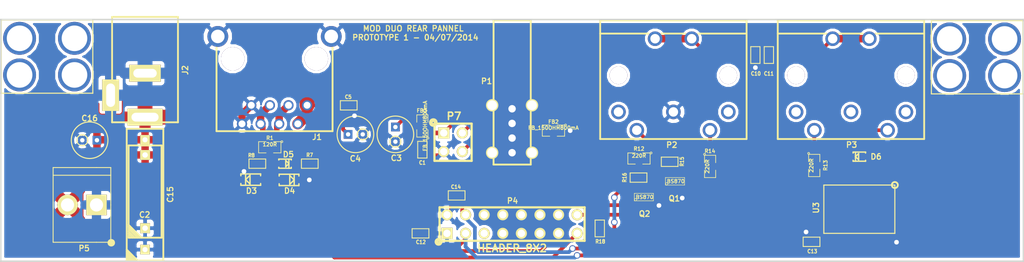
<source format=kicad_pcb>
(kicad_pcb (version 3) (host pcbnew "(2013-07-07 BZR 4022)-stable")

  (general
    (links 86)
    (no_connects 0)
    (area 88.696399 97.4598 229.0548 134.855001)
    (thickness 1.6)
    (drawings 8)
    (tracks 232)
    (zones 0)
    (modules 40)
    (nets 24)
  )

  (page A3)
  (layers
    (15 F.Cu signal)
    (0 B.Cu signal)
    (16 B.Adhes user)
    (17 F.Adhes user)
    (18 B.Paste user)
    (19 F.Paste user)
    (20 B.SilkS user)
    (21 F.SilkS user)
    (22 B.Mask user)
    (23 F.Mask user)
    (24 Dwgs.User user)
    (25 Cmts.User user)
    (26 Eco1.User user)
    (27 Eco2.User user)
    (28 Edge.Cuts user)
  )

  (setup
    (last_trace_width 0.508)
    (user_trace_width 0.254)
    (user_trace_width 0.381)
    (user_trace_width 0.508)
    (user_trace_width 0.635)
    (user_trace_width 0.762)
    (user_trace_width 1.016)
    (user_trace_width 1.27)
    (user_trace_width 1.524)
    (user_trace_width 1.778)
    (user_trace_width 2.032)
    (user_trace_width 2.54)
    (user_trace_width 3.048)
    (trace_clearance 0.2032)
    (zone_clearance 0.381)
    (zone_45_only no)
    (trace_min 0.254)
    (segment_width 0.508)
    (edge_width 0.1)
    (via_size 0.889)
    (via_drill 0.635)
    (via_min_size 0.889)
    (via_min_drill 0.508)
    (uvia_size 0.508)
    (uvia_drill 0.127)
    (uvias_allowed no)
    (uvia_min_size 0.508)
    (uvia_min_drill 0.127)
    (pcb_text_width 0.3)
    (pcb_text_size 1.5 1.5)
    (mod_edge_width 0.25)
    (mod_text_size 1 1)
    (mod_text_width 0.15)
    (pad_size 2.3 4.3)
    (pad_drill 1.2)
    (pad_to_mask_clearance 0)
    (aux_axis_origin 88.9 101.6)
    (visible_elements 7FFF7FFF)
    (pcbplotparams
      (layerselection 3178497)
      (usegerberextensions true)
      (excludeedgelayer true)
      (linewidth 0.150000)
      (plotframeref false)
      (viasonmask false)
      (mode 1)
      (useauxorigin false)
      (hpglpennumber 1)
      (hpglpenspeed 20)
      (hpglpendiameter 15)
      (hpglpenoverlay 2)
      (psnegative false)
      (psa4output false)
      (plotreference true)
      (plotvalue true)
      (plotothertext true)
      (plotinvisibletext false)
      (padsonsilk false)
      (subtractmaskfromsilk false)
      (outputformat 1)
      (mirror false)
      (drillshape 1)
      (scaleselection 1)
      (outputdirectory ""))
  )

  (net 0 "")
  (net 1 +3.3V)
  (net 2 +5V)
  (net 3 +9V)
  (net 4 CHAIN_A)
  (net 5 CHAIN_B)
  (net 6 DGND)
  (net 7 MIDI_IN_UART)
  (net 8 MIDI_OUT_UART)
  (net 9 N-0000012)
  (net 10 N-0000013)
  (net 11 N-000002)
  (net 12 N-0000022)
  (net 13 N-0000023)
  (net 14 N-0000024)
  (net 15 N-0000025)
  (net 16 N-0000026)
  (net 17 N-0000027)
  (net 18 N-0000029)
  (net 19 N-0000030)
  (net 20 N-0000031)
  (net 21 N-000007)
  (net 22 N-000008)
  (net 23 N-000009)

  (net_class Default "This is the default net class."
    (clearance 0.2032)
    (trace_width 0.254)
    (via_dia 0.889)
    (via_drill 0.635)
    (uvia_dia 0.508)
    (uvia_drill 0.127)
    (add_net "")
    (add_net +3.3V)
    (add_net +5V)
    (add_net +9V)
    (add_net CHAIN_A)
    (add_net CHAIN_B)
    (add_net DGND)
    (add_net MIDI_IN_UART)
    (add_net MIDI_OUT_UART)
    (add_net N-0000012)
    (add_net N-0000013)
    (add_net N-000002)
    (add_net N-0000022)
    (add_net N-0000023)
    (add_net N-0000024)
    (add_net N-0000025)
    (add_net N-0000026)
    (add_net N-0000027)
    (add_net N-0000029)
    (add_net N-0000030)
    (add_net N-0000031)
    (add_net N-000007)
    (add_net N-000008)
    (add_net N-000009)
  )

  (module SOT23 (layer F.Cu) (tedit 53499BF3) (tstamp 53433483)
    (at 181.0385 123.698)
    (tags SOT23)
    (path /5342D4CE)
    (fp_text reference Q1 (at -0.127 2.3495) (layer F.SilkS)
      (effects (font (size 0.762 0.762) (thickness 0.1524)))
    )
    (fp_text value BS870 (at 0.0635 0) (layer F.SilkS)
      (effects (font (size 0.50038 0.50038) (thickness 0.09906)))
    )
    (fp_circle (center -1.17602 0.35052) (end -1.30048 0.44958) (layer F.SilkS) (width 0.07874))
    (fp_line (start 1.27 -0.508) (end 1.27 0.508) (layer F.SilkS) (width 0.07874))
    (fp_line (start -1.3335 -0.508) (end -1.3335 0.508) (layer F.SilkS) (width 0.07874))
    (fp_line (start 1.27 0.508) (end -1.3335 0.508) (layer F.SilkS) (width 0.07874))
    (fp_line (start -1.3335 -0.508) (end 1.27 -0.508) (layer F.SilkS) (width 0.07874))
    (pad 3 smd rect (at 0 -1.09982) (size 0.8001 1.00076)
      (layers F.Cu F.Paste F.Mask)
      (net 21 N-000007)
    )
    (pad 2 smd rect (at 0.9525 1.09982) (size 0.8001 1.00076)
      (layers F.Cu F.Paste F.Mask)
      (net 6 DGND)
    )
    (pad 1 smd rect (at -0.9525 1.09982) (size 0.8001 1.00076)
      (layers F.Cu F.Paste F.Mask)
      (net 9 N-0000012)
    )
    (model smd\SOT23_3.wrl
      (at (xyz 0 0 0))
      (scale (xyz 0.4 0.4 0.4))
      (rotate (xyz 0 0 180))
    )
  )

  (module SOD123_ (layer F.Cu) (tedit 534304EE) (tstamp 534335B3)
    (at 123.0503 123.4694)
    (path /533B6A53)
    (fp_text reference D3 (at 0.1016 1.5367) (layer F.SilkS)
      (effects (font (size 0.762 0.762) (thickness 0.1524)))
    )
    (fp_text value MMSZ5242B (at 0 1.651) (layer F.SilkS) hide
      (effects (font (size 0.762 0.762) (thickness 0.1524)))
    )
    (fp_line (start 1.34874 -0.7747) (end 1.34874 -0.5334) (layer F.SilkS) (width 0.1905))
    (fp_line (start 1.34874 0.77216) (end 1.34874 0.5334) (layer F.SilkS) (width 0.1905))
    (fp_line (start -1.34874 0.77724) (end -1.34874 0.5334) (layer F.SilkS) (width 0.1905))
    (fp_line (start -1.34874 -0.7747) (end -1.34874 -0.5334) (layer F.SilkS) (width 0.1905))
    (fp_line (start 1.34874 0.7747) (end -1.34874 0.7747) (layer F.SilkS) (width 0.1905))
    (fp_line (start -1.34874 -0.7747) (end 1.34874 -0.7747) (layer F.SilkS) (width 0.1905))
    (fp_line (start -0.70104 -0.7747) (end -0.70104 0.7747) (layer F.SilkS) (width 0.1905))
    (fp_line (start -0.70104 0) (end -0.09906 -0.59944) (layer F.SilkS) (width 0.1905))
    (fp_line (start -0.09906 -0.59944) (end -0.09906 0.59944) (layer F.SilkS) (width 0.1905))
    (fp_line (start -0.09906 0.59944) (end -0.70104 0) (layer F.SilkS) (width 0.1905))
    (pad 1 smd rect (at -1.67386 0) (size 0.8509 0.8509)
      (layers F.Cu F.Paste F.Mask)
      (net 6 DGND)
    )
    (pad 2 smd rect (at 1.67386 0) (size 0.8509 0.8509)
      (layers F.Cu F.Paste F.Mask)
      (net 5 CHAIN_B)
    )
  )

  (module SOD123_ (layer F.Cu) (tedit 534305C7) (tstamp 534335A4)
    (at 128.2827 123.5075 180)
    (path /533B6B8F)
    (fp_text reference D4 (at -0.0762 -1.4859 180) (layer F.SilkS)
      (effects (font (size 0.762 0.762) (thickness 0.1524)))
    )
    (fp_text value MMSZ5242B (at 0 1.651 180) (layer F.SilkS) hide
      (effects (font (size 0.762 0.762) (thickness 0.1524)))
    )
    (fp_line (start 1.34874 -0.7747) (end 1.34874 -0.5334) (layer F.SilkS) (width 0.1905))
    (fp_line (start 1.34874 0.77216) (end 1.34874 0.5334) (layer F.SilkS) (width 0.1905))
    (fp_line (start -1.34874 0.77724) (end -1.34874 0.5334) (layer F.SilkS) (width 0.1905))
    (fp_line (start -1.34874 -0.7747) (end -1.34874 -0.5334) (layer F.SilkS) (width 0.1905))
    (fp_line (start 1.34874 0.7747) (end -1.34874 0.7747) (layer F.SilkS) (width 0.1905))
    (fp_line (start -1.34874 -0.7747) (end 1.34874 -0.7747) (layer F.SilkS) (width 0.1905))
    (fp_line (start -0.70104 -0.7747) (end -0.70104 0.7747) (layer F.SilkS) (width 0.1905))
    (fp_line (start -0.70104 0) (end -0.09906 -0.59944) (layer F.SilkS) (width 0.1905))
    (fp_line (start -0.09906 -0.59944) (end -0.09906 0.59944) (layer F.SilkS) (width 0.1905))
    (fp_line (start -0.09906 0.59944) (end -0.70104 0) (layer F.SilkS) (width 0.1905))
    (pad 1 smd rect (at -1.67386 0 180) (size 0.8509 0.8509)
      (layers F.Cu F.Paste F.Mask)
      (net 6 DGND)
    )
    (pad 2 smd rect (at 1.67386 0 180) (size 0.8509 0.8509)
      (layers F.Cu F.Paste F.Mask)
      (net 4 CHAIN_A)
    )
  )

  (module CAP_RAD_5MM (layer F.Cu) (tedit 53433ADB) (tstamp 5343359D)
    (at 137.3505 117.2845 90)
    (path /533B5187)
    (attr smd)
    (fp_text reference C4 (at -3.3147 -0.0127 180) (layer F.SilkS)
      (effects (font (size 0.762 0.762) (thickness 0.1524)))
    )
    (fp_text value 100uF (at 0 3.175 90) (layer F.SilkS) hide
      (effects (font (size 0.762 0.762) (thickness 0.1524)))
    )
    (fp_circle (center 0 1) (end 0.75 1) (layer F.SilkS) (width 0.15))
    (fp_circle (center 0 0) (end 2.5 0) (layer F.SilkS) (width 0.15))
    (pad 2 thru_hole circle (at 0 1 270) (size 1.2 1.2) (drill 0.6)
      (layers *.Cu *.Mask)
      (net 6 DGND)
    )
    (pad 1 thru_hole rect (at 0 -1 270) (size 1.2 1.2) (drill 0.6)
      (layers *.Cu *.Mask)
      (net 3 +9V)
    )
  )

  (module SM0603 (layer F.Cu) (tedit 534340F9) (tstamp 53433546)
    (at 151.1808 125.6284)
    (path /533BB84E)
    (attr smd)
    (fp_text reference C14 (at -0.1016 -1.1684) (layer F.SilkS)
      (effects (font (size 0.508 0.4572) (thickness 0.1143)))
    )
    (fp_text value 100nF_X7R (at 0 0) (layer F.SilkS) hide
      (effects (font (size 0.508 0.4572) (thickness 0.1143)))
    )
    (fp_line (start -1.143 -0.635) (end 1.143 -0.635) (layer F.SilkS) (width 0.127))
    (fp_line (start 1.143 -0.635) (end 1.143 0.635) (layer F.SilkS) (width 0.127))
    (fp_line (start 1.143 0.635) (end -1.143 0.635) (layer F.SilkS) (width 0.127))
    (fp_line (start -1.143 0.635) (end -1.143 -0.635) (layer F.SilkS) (width 0.127))
    (pad 1 smd rect (at -0.762 0) (size 0.635 1.143)
      (layers F.Cu F.Paste F.Mask)
      (net 6 DGND)
    )
    (pad 2 smd rect (at 0.762 0) (size 0.635 1.143)
      (layers F.Cu F.Paste F.Mask)
      (net 1 +3.3V)
    )
    (model smd\resistors\R0603.wrl
      (at (xyz 0 0 0.001))
      (scale (xyz 0.5 0.5 0.5))
      (rotate (xyz 0 0 0))
    )
  )

  (module SM0603 (layer F.Cu) (tedit 5342ECA3) (tstamp 5343353D)
    (at 191.9859 106.4514 270)
    (path /5342E8CE)
    (attr smd)
    (fp_text reference C10 (at 2.54 -0.0635 360) (layer F.SilkS)
      (effects (font (size 0.508 0.4572) (thickness 0.1143)))
    )
    (fp_text value 100nF_X7R (at 0 0 270) (layer F.SilkS) hide
      (effects (font (size 0.508 0.4572) (thickness 0.1143)))
    )
    (fp_line (start -1.143 -0.635) (end 1.143 -0.635) (layer F.SilkS) (width 0.127))
    (fp_line (start 1.143 -0.635) (end 1.143 0.635) (layer F.SilkS) (width 0.127))
    (fp_line (start 1.143 0.635) (end -1.143 0.635) (layer F.SilkS) (width 0.127))
    (fp_line (start -1.143 0.635) (end -1.143 -0.635) (layer F.SilkS) (width 0.127))
    (pad 1 smd rect (at -0.762 0 270) (size 0.635 1.143)
      (layers F.Cu F.Paste F.Mask)
      (net 23 N-000009)
    )
    (pad 2 smd rect (at 0.762 0 270) (size 0.635 1.143)
      (layers F.Cu F.Paste F.Mask)
      (net 6 DGND)
    )
    (model smd\resistors\R0603.wrl
      (at (xyz 0 0 0.001))
      (scale (xyz 0.5 0.5 0.5))
      (rotate (xyz 0 0 0))
    )
  )

  (module SM0603 (layer F.Cu) (tedit 53430E9C) (tstamp 53433534)
    (at 199.6567 131.9657 180)
    (path /533B1779)
    (attr smd)
    (fp_text reference C13 (at -0.1016 -1.2954 180) (layer F.SilkS)
      (effects (font (size 0.508 0.4572) (thickness 0.1143)))
    )
    (fp_text value 100nF_X7R (at 0 0 180) (layer F.SilkS) hide
      (effects (font (size 0.508 0.4572) (thickness 0.1143)))
    )
    (fp_line (start -1.143 -0.635) (end 1.143 -0.635) (layer F.SilkS) (width 0.127))
    (fp_line (start 1.143 -0.635) (end 1.143 0.635) (layer F.SilkS) (width 0.127))
    (fp_line (start 1.143 0.635) (end -1.143 0.635) (layer F.SilkS) (width 0.127))
    (fp_line (start -1.143 0.635) (end -1.143 -0.635) (layer F.SilkS) (width 0.127))
    (pad 1 smd rect (at -0.762 0 180) (size 0.635 1.143)
      (layers F.Cu F.Paste F.Mask)
      (net 2 +5V)
    )
    (pad 2 smd rect (at 0.762 0 180) (size 0.635 1.143)
      (layers F.Cu F.Paste F.Mask)
      (net 6 DGND)
    )
    (model smd\resistors\R0603.wrl
      (at (xyz 0 0 0.001))
      (scale (xyz 0.5 0.5 0.5))
      (rotate (xyz 0 0 0))
    )
  )

  (module SM0603 (layer F.Cu) (tedit 53430613) (tstamp 5343352B)
    (at 136.4361 113.3221)
    (path /533B177F)
    (attr smd)
    (fp_text reference C5 (at -0.0635 -1.143) (layer F.SilkS)
      (effects (font (size 0.508 0.4572) (thickness 0.1143)))
    )
    (fp_text value 100nF_X7R (at 0 0) (layer F.SilkS) hide
      (effects (font (size 0.508 0.4572) (thickness 0.1143)))
    )
    (fp_line (start -1.143 -0.635) (end 1.143 -0.635) (layer F.SilkS) (width 0.127))
    (fp_line (start 1.143 -0.635) (end 1.143 0.635) (layer F.SilkS) (width 0.127))
    (fp_line (start 1.143 0.635) (end -1.143 0.635) (layer F.SilkS) (width 0.127))
    (fp_line (start -1.143 0.635) (end -1.143 -0.635) (layer F.SilkS) (width 0.127))
    (pad 1 smd rect (at -0.762 0) (size 0.635 1.143)
      (layers F.Cu F.Paste F.Mask)
      (net 3 +9V)
    )
    (pad 2 smd rect (at 0.762 0) (size 0.635 1.143)
      (layers F.Cu F.Paste F.Mask)
      (net 6 DGND)
    )
    (model smd\resistors\R0603.wrl
      (at (xyz 0 0 0.001))
      (scale (xyz 0.5 0.5 0.5))
      (rotate (xyz 0 0 0))
    )
  )

  (module SM0603 (layer F.Cu) (tedit 53499A8E) (tstamp 53499CC1)
    (at 176.022 123.19 180)
    (path /5342F038)
    (attr smd)
    (fp_text reference R16 (at 1.905 0 270) (layer F.SilkS)
      (effects (font (size 0.508 0.4572) (thickness 0.1143)))
    )
    (fp_text value 1k (at 0 0 180) (layer F.SilkS) hide
      (effects (font (size 0.508 0.4572) (thickness 0.1143)))
    )
    (fp_line (start -1.143 -0.635) (end 1.143 -0.635) (layer F.SilkS) (width 0.127))
    (fp_line (start 1.143 -0.635) (end 1.143 0.635) (layer F.SilkS) (width 0.127))
    (fp_line (start 1.143 0.635) (end -1.143 0.635) (layer F.SilkS) (width 0.127))
    (fp_line (start -1.143 0.635) (end -1.143 -0.635) (layer F.SilkS) (width 0.127))
    (pad 1 smd rect (at -0.762 0 180) (size 0.635 1.143)
      (layers F.Cu F.Paste F.Mask)
      (net 9 N-0000012)
    )
    (pad 2 smd rect (at 0.762 0 180) (size 0.635 1.143)
      (layers F.Cu F.Paste F.Mask)
      (net 2 +5V)
    )
    (model smd\resistors\R0603.wrl
      (at (xyz 0 0 0.001))
      (scale (xyz 0.5 0.5 0.5))
      (rotate (xyz 0 0 0))
    )
  )

  (module SM0603 (layer F.Cu) (tedit 5342EC9E) (tstamp 53433519)
    (at 193.8274 106.4514 270)
    (path /533B2079)
    (attr smd)
    (fp_text reference C11 (at 2.54 0 360) (layer F.SilkS)
      (effects (font (size 0.508 0.4572) (thickness 0.1143)))
    )
    (fp_text value 100nF_X7R (at 0 0 270) (layer F.SilkS) hide
      (effects (font (size 0.508 0.4572) (thickness 0.1143)))
    )
    (fp_line (start -1.143 -0.635) (end 1.143 -0.635) (layer F.SilkS) (width 0.127))
    (fp_line (start 1.143 -0.635) (end 1.143 0.635) (layer F.SilkS) (width 0.127))
    (fp_line (start 1.143 0.635) (end -1.143 0.635) (layer F.SilkS) (width 0.127))
    (fp_line (start -1.143 0.635) (end -1.143 -0.635) (layer F.SilkS) (width 0.127))
    (pad 1 smd rect (at -0.762 0 270) (size 0.635 1.143)
      (layers F.Cu F.Paste F.Mask)
      (net 17 N-0000027)
    )
    (pad 2 smd rect (at 0.762 0 270) (size 0.635 1.143)
      (layers F.Cu F.Paste F.Mask)
      (net 6 DGND)
    )
    (model smd\resistors\R0603.wrl
      (at (xyz 0 0 0.001))
      (scale (xyz 0.5 0.5 0.5))
      (rotate (xyz 0 0 0))
    )
  )

  (module SM0603 (layer F.Cu) (tedit 53433B00) (tstamp 53433510)
    (at 180.2765 121.031 180)
    (path /5342E1E0)
    (attr smd)
    (fp_text reference R15 (at -1.6764 0.0254 270) (layer F.SilkS)
      (effects (font (size 0.508 0.4572) (thickness 0.1143)))
    )
    (fp_text value 1k (at 0 0 180) (layer F.SilkS) hide
      (effects (font (size 0.508 0.4572) (thickness 0.1143)))
    )
    (fp_line (start -1.143 -0.635) (end 1.143 -0.635) (layer F.SilkS) (width 0.127))
    (fp_line (start 1.143 -0.635) (end 1.143 0.635) (layer F.SilkS) (width 0.127))
    (fp_line (start 1.143 0.635) (end -1.143 0.635) (layer F.SilkS) (width 0.127))
    (fp_line (start -1.143 0.635) (end -1.143 -0.635) (layer F.SilkS) (width 0.127))
    (pad 1 smd rect (at -0.762 0 180) (size 0.635 1.143)
      (layers F.Cu F.Paste F.Mask)
      (net 21 N-000007)
    )
    (pad 2 smd rect (at 0.762 0 180) (size 0.635 1.143)
      (layers F.Cu F.Paste F.Mask)
      (net 2 +5V)
    )
    (model smd\resistors\R0603.wrl
      (at (xyz 0 0 0.001))
      (scale (xyz 0.5 0.5 0.5))
      (rotate (xyz 0 0 0))
    )
  )

  (module SM0603 (layer F.Cu) (tedit 53433B12) (tstamp 53433507)
    (at 170.7261 130.1369 270)
    (path /5342C5A4)
    (attr smd)
    (fp_text reference R18 (at 1.7907 -0.0762 360) (layer F.SilkS)
      (effects (font (size 0.508 0.4572) (thickness 0.1143)))
    )
    (fp_text value 280R (at 0 0 270) (layer F.SilkS) hide
      (effects (font (size 0.508 0.4572) (thickness 0.1143)))
    )
    (fp_line (start -1.143 -0.635) (end 1.143 -0.635) (layer F.SilkS) (width 0.127))
    (fp_line (start 1.143 -0.635) (end 1.143 0.635) (layer F.SilkS) (width 0.127))
    (fp_line (start 1.143 0.635) (end -1.143 0.635) (layer F.SilkS) (width 0.127))
    (fp_line (start -1.143 0.635) (end -1.143 -0.635) (layer F.SilkS) (width 0.127))
    (pad 1 smd rect (at -0.762 0 270) (size 0.635 1.143)
      (layers F.Cu F.Paste F.Mask)
      (net 7 MIDI_IN_UART)
    )
    (pad 2 smd rect (at 0.762 0 270) (size 0.635 1.143)
      (layers F.Cu F.Paste F.Mask)
      (net 1 +3.3V)
    )
    (model smd\resistors\R0603.wrl
      (at (xyz 0 0 0.001))
      (scale (xyz 0.5 0.5 0.5))
      (rotate (xyz 0 0 0))
    )
  )

  (module SM0603 (layer F.Cu) (tedit 534304C7) (tstamp 534334FE)
    (at 131.1148 121.285)
    (path /534074F8)
    (attr smd)
    (fp_text reference R7 (at -0.0127 -1.1684) (layer F.SilkS)
      (effects (font (size 0.508 0.4572) (thickness 0.1143)))
    )
    (fp_text value 1k (at 0 0) (layer F.SilkS) hide
      (effects (font (size 0.508 0.4572) (thickness 0.1143)))
    )
    (fp_line (start -1.143 -0.635) (end 1.143 -0.635) (layer F.SilkS) (width 0.127))
    (fp_line (start 1.143 -0.635) (end 1.143 0.635) (layer F.SilkS) (width 0.127))
    (fp_line (start 1.143 0.635) (end -1.143 0.635) (layer F.SilkS) (width 0.127))
    (fp_line (start -1.143 0.635) (end -1.143 -0.635) (layer F.SilkS) (width 0.127))
    (pad 1 smd rect (at -0.762 0) (size 0.635 1.143)
      (layers F.Cu F.Paste F.Mask)
      (net 11 N-000002)
    )
    (pad 2 smd rect (at 0.762 0) (size 0.635 1.143)
      (layers F.Cu F.Paste F.Mask)
      (net 2 +5V)
    )
    (model smd\resistors\R0603.wrl
      (at (xyz 0 0 0.001))
      (scale (xyz 0.5 0.5 0.5))
      (rotate (xyz 0 0 0))
    )
  )

  (module SM0603 (layer F.Cu) (tedit 53433AE1) (tstamp 534334F5)
    (at 123.952 121.285)
    (path /53406FF9)
    (attr smd)
    (fp_text reference R8 (at -0.8128 -1.1303) (layer F.SilkS)
      (effects (font (size 0.508 0.4572) (thickness 0.1143)))
    )
    (fp_text value 1k (at 0 0) (layer F.SilkS) hide
      (effects (font (size 0.508 0.4572) (thickness 0.1143)))
    )
    (fp_line (start -1.143 -0.635) (end 1.143 -0.635) (layer F.SilkS) (width 0.127))
    (fp_line (start 1.143 -0.635) (end 1.143 0.635) (layer F.SilkS) (width 0.127))
    (fp_line (start 1.143 0.635) (end -1.143 0.635) (layer F.SilkS) (width 0.127))
    (fp_line (start -1.143 0.635) (end -1.143 -0.635) (layer F.SilkS) (width 0.127))
    (pad 1 smd rect (at -0.762 0) (size 0.635 1.143)
      (layers F.Cu F.Paste F.Mask)
      (net 6 DGND)
    )
    (pad 2 smd rect (at 0.762 0) (size 0.635 1.143)
      (layers F.Cu F.Paste F.Mask)
      (net 5 CHAIN_B)
    )
    (model smd\resistors\R0603.wrl
      (at (xyz 0 0 0.001))
      (scale (xyz 0.5 0.5 0.5))
      (rotate (xyz 0 0 0))
    )
  )

  (module SM0603 (layer F.Cu) (tedit 53430C3B) (tstamp 534334EC)
    (at 146.2405 130.81 180)
    (path /533BAA04)
    (attr smd)
    (fp_text reference C12 (at -0.0508 -1.1938 180) (layer F.SilkS)
      (effects (font (size 0.508 0.4572) (thickness 0.1143)))
    )
    (fp_text value 100nF_X7R (at 0 0 180) (layer F.SilkS) hide
      (effects (font (size 0.508 0.4572) (thickness 0.1143)))
    )
    (fp_line (start -1.143 -0.635) (end 1.143 -0.635) (layer F.SilkS) (width 0.127))
    (fp_line (start 1.143 -0.635) (end 1.143 0.635) (layer F.SilkS) (width 0.127))
    (fp_line (start 1.143 0.635) (end -1.143 0.635) (layer F.SilkS) (width 0.127))
    (fp_line (start -1.143 0.635) (end -1.143 -0.635) (layer F.SilkS) (width 0.127))
    (pad 1 smd rect (at -0.762 0 180) (size 0.635 1.143)
      (layers F.Cu F.Paste F.Mask)
      (net 6 DGND)
    )
    (pad 2 smd rect (at 0.762 0 180) (size 0.635 1.143)
      (layers F.Cu F.Paste F.Mask)
      (net 2 +5V)
    )
    (model smd\resistors\R0603.wrl
      (at (xyz 0 0 0.001))
      (scale (xyz 0.5 0.5 0.5))
      (rotate (xyz 0 0 0))
    )
  )

  (module SM0805 (layer F.Cu) (tedit 53499A91) (tstamp 534334E0)
    (at 176.0855 120.5865 180)
    (path /5342E7D6)
    (attr smd)
    (fp_text reference R12 (at 0 1.3335 180) (layer F.SilkS)
      (effects (font (size 0.50038 0.50038) (thickness 0.10922)))
    )
    (fp_text value 220R (at 0 0.381 180) (layer F.SilkS)
      (effects (font (size 0.50038 0.50038) (thickness 0.10922)))
    )
    (fp_circle (center -1.651 0.762) (end -1.651 0.635) (layer F.SilkS) (width 0.09906))
    (fp_line (start -0.508 0.762) (end -1.524 0.762) (layer F.SilkS) (width 0.09906))
    (fp_line (start -1.524 0.762) (end -1.524 -0.762) (layer F.SilkS) (width 0.09906))
    (fp_line (start -1.524 -0.762) (end -0.508 -0.762) (layer F.SilkS) (width 0.09906))
    (fp_line (start 0.508 -0.762) (end 1.524 -0.762) (layer F.SilkS) (width 0.09906))
    (fp_line (start 1.524 -0.762) (end 1.524 0.762) (layer F.SilkS) (width 0.09906))
    (fp_line (start 1.524 0.762) (end 0.508 0.762) (layer F.SilkS) (width 0.09906))
    (pad 1 smd rect (at -0.9525 0 180) (size 0.889 1.397)
      (layers F.Cu F.Paste F.Mask)
      (net 22 N-000008)
    )
    (pad 2 smd rect (at 0.9525 0 180) (size 0.889 1.397)
      (layers F.Cu F.Paste F.Mask)
      (net 2 +5V)
    )
    (model smd/chip_cms.wrl
      (at (xyz 0 0 0))
      (scale (xyz 0.1 0.1 0.1))
      (rotate (xyz 0 0 0))
    )
  )

  (module SM0805 (layer F.Cu) (tedit 53433B04) (tstamp 534334D4)
    (at 185.801 121.666 270)
    (path /5342E5E4)
    (attr smd)
    (fp_text reference R14 (at -2.0955 0.0254 360) (layer F.SilkS)
      (effects (font (size 0.50038 0.50038) (thickness 0.10922)))
    )
    (fp_text value 220R (at 0 0.381 270) (layer F.SilkS)
      (effects (font (size 0.50038 0.50038) (thickness 0.10922)))
    )
    (fp_circle (center -1.651 0.762) (end -1.651 0.635) (layer F.SilkS) (width 0.09906))
    (fp_line (start -0.508 0.762) (end -1.524 0.762) (layer F.SilkS) (width 0.09906))
    (fp_line (start -1.524 0.762) (end -1.524 -0.762) (layer F.SilkS) (width 0.09906))
    (fp_line (start -1.524 -0.762) (end -0.508 -0.762) (layer F.SilkS) (width 0.09906))
    (fp_line (start 0.508 -0.762) (end 1.524 -0.762) (layer F.SilkS) (width 0.09906))
    (fp_line (start 1.524 -0.762) (end 1.524 0.762) (layer F.SilkS) (width 0.09906))
    (fp_line (start 1.524 0.762) (end 0.508 0.762) (layer F.SilkS) (width 0.09906))
    (pad 1 smd rect (at -0.9525 0 270) (size 0.889 1.397)
      (layers F.Cu F.Paste F.Mask)
      (net 10 N-0000013)
    )
    (pad 2 smd rect (at 0.9525 0 270) (size 0.889 1.397)
      (layers F.Cu F.Paste F.Mask)
      (net 21 N-000007)
    )
    (model smd/chip_cms.wrl
      (at (xyz 0 0 0))
      (scale (xyz 0.1 0.1 0.1))
      (rotate (xyz 0 0 0))
    )
  )

  (module SM0805 (layer F.Cu) (tedit 53433B16) (tstamp 534334C8)
    (at 200.025 121.539 270)
    (path /533B1D63)
    (attr smd)
    (fp_text reference R13 (at -0.0127 -1.5367 270) (layer F.SilkS)
      (effects (font (size 0.50038 0.50038) (thickness 0.10922)))
    )
    (fp_text value 220R (at 0 0.381 270) (layer F.SilkS)
      (effects (font (size 0.50038 0.50038) (thickness 0.10922)))
    )
    (fp_circle (center -1.651 0.762) (end -1.651 0.635) (layer F.SilkS) (width 0.09906))
    (fp_line (start -0.508 0.762) (end -1.524 0.762) (layer F.SilkS) (width 0.09906))
    (fp_line (start -1.524 0.762) (end -1.524 -0.762) (layer F.SilkS) (width 0.09906))
    (fp_line (start -1.524 -0.762) (end -0.508 -0.762) (layer F.SilkS) (width 0.09906))
    (fp_line (start 0.508 -0.762) (end 1.524 -0.762) (layer F.SilkS) (width 0.09906))
    (fp_line (start 1.524 -0.762) (end 1.524 0.762) (layer F.SilkS) (width 0.09906))
    (fp_line (start 1.524 0.762) (end 0.508 0.762) (layer F.SilkS) (width 0.09906))
    (pad 1 smd rect (at -0.9525 0 270) (size 0.889 1.397)
      (layers F.Cu F.Paste F.Mask)
      (net 20 N-0000031)
    )
    (pad 2 smd rect (at 0.9525 0 270) (size 0.889 1.397)
      (layers F.Cu F.Paste F.Mask)
      (net 18 N-0000029)
    )
    (model smd/chip_cms.wrl
      (at (xyz 0 0 0))
      (scale (xyz 0.1 0.1 0.1))
      (rotate (xyz 0 0 0))
    )
  )

  (module SM0805 (layer F.Cu) (tedit 534304C8) (tstamp 534334BC)
    (at 125.6538 119.0498 180)
    (path /533B5E09)
    (attr smd)
    (fp_text reference R1 (at -0.0127 1.27 180) (layer F.SilkS)
      (effects (font (size 0.50038 0.50038) (thickness 0.10922)))
    )
    (fp_text value 120R (at 0 0.381 180) (layer F.SilkS)
      (effects (font (size 0.50038 0.50038) (thickness 0.10922)))
    )
    (fp_circle (center -1.651 0.762) (end -1.651 0.635) (layer F.SilkS) (width 0.09906))
    (fp_line (start -0.508 0.762) (end -1.524 0.762) (layer F.SilkS) (width 0.09906))
    (fp_line (start -1.524 0.762) (end -1.524 -0.762) (layer F.SilkS) (width 0.09906))
    (fp_line (start -1.524 -0.762) (end -0.508 -0.762) (layer F.SilkS) (width 0.09906))
    (fp_line (start 0.508 -0.762) (end 1.524 -0.762) (layer F.SilkS) (width 0.09906))
    (fp_line (start 1.524 -0.762) (end 1.524 0.762) (layer F.SilkS) (width 0.09906))
    (fp_line (start 1.524 0.762) (end 0.508 0.762) (layer F.SilkS) (width 0.09906))
    (pad 1 smd rect (at -0.9525 0 180) (size 0.889 1.397)
      (layers F.Cu F.Paste F.Mask)
      (net 4 CHAIN_A)
    )
    (pad 2 smd rect (at 0.9525 0 180) (size 0.889 1.397)
      (layers F.Cu F.Paste F.Mask)
      (net 5 CHAIN_B)
    )
    (model smd/chip_cms.wrl
      (at (xyz 0 0 0))
      (scale (xyz 0.1 0.1 0.1))
      (rotate (xyz 0 0 0))
    )
  )

  (module SMD_8 (layer F.Cu) (tedit 53499D64) (tstamp 534334AC)
    (at 206.1845 127.508 270)
    (path /533B118B)
    (fp_text reference U3 (at -0.1905 5.9055 270) (layer F.SilkS)
      (effects (font (size 0.762 0.762) (thickness 0.1524)))
    )
    (fp_text value 6N137 (at 0.16 6.26 270) (layer F.SilkS) hide
      (effects (font (size 0.762 0.762) (thickness 0.1524)))
    )
    (fp_circle (center -3.3 -4.85) (end -2.89 -4.84) (layer F.SilkS) (width 0.25))
    (fp_line (start 3.3 -4.85) (end -3.3 -4.85) (layer F.SilkS) (width 0.15))
    (fp_line (start -3.3 -4.85) (end -3.3 4.85) (layer F.SilkS) (width 0.15))
    (fp_line (start -3.3 4.85) (end 3.3 4.85) (layer F.SilkS) (width 0.15))
    (fp_line (start 3.3 4.85) (end 3.3 -4.85) (layer F.SilkS) (width 0.15))
    (pad 1 smd rect (at -4.5 -3.81 270) (size 1.4 1.2)
      (layers F.Cu F.Paste F.Mask)
    )
    (pad 2 smd rect (at -4.5 -1.27 270) (size 1.4 1.2)
      (layers F.Cu F.Paste F.Mask)
      (net 18 N-0000029)
    )
    (pad 3 smd rect (at -4.5 1.27 270) (size 1.4 1.2)
      (layers F.Cu F.Paste F.Mask)
      (net 19 N-0000030)
    )
    (pad 4 smd rect (at -4.5 3.81 270) (size 1.4 1.2)
      (layers F.Cu F.Paste F.Mask)
    )
    (pad 5 smd rect (at 4.5 -3.81 270) (size 1.4 1.2)
      (layers F.Cu F.Paste F.Mask)
      (net 6 DGND)
    )
    (pad 6 smd rect (at 4.5 -1.27 270) (size 1.4 1.2)
      (layers F.Cu F.Paste F.Mask)
      (net 7 MIDI_IN_UART)
    )
    (pad 7 smd rect (at 4.5 1.27 270) (size 1.4 1.2)
      (layers F.Cu F.Paste F.Mask)
    )
    (pad 8 smd rect (at 4.5 3.81 270) (size 1.4 1.2)
      (layers F.Cu F.Paste F.Mask)
      (net 2 +5V)
    )
  )

  (module SOD323 (layer F.Cu) (tedit 534305A6) (tstamp 5343349D)
    (at 127.7366 121.285 180)
    (tags "diode SOD323 SC90 reflow")
    (path /5340740E)
    (fp_text reference D5 (at -0.4572 1.2573 180) (layer F.SilkS)
      (effects (font (size 0.762 0.762) (thickness 0.1524)))
    )
    (fp_text value 1N4148 (at 0 1.27 180) (layer F.SilkS) hide
      (effects (font (size 0.762 0.762) (thickness 0.1524)))
    )
    (fp_line (start -0.52578 -0.62484) (end -0.52578 0.62484) (layer F.SilkS) (width 0.1905))
    (fp_line (start -0.09906 -0.42418) (end -0.09906 0.42418) (layer F.SilkS) (width 0.1905))
    (fp_line (start -0.09906 0.42418) (end -0.52578 0) (layer F.SilkS) (width 0.1905))
    (fp_line (start -0.52578 0) (end -0.09906 -0.42418) (layer F.SilkS) (width 0.1905))
    (fp_line (start -0.8509 0.62484) (end -0.8509 0.50038) (layer F.SilkS) (width 0.1905))
    (fp_line (start -0.8509 -0.62484) (end -0.8509 -0.50038) (layer F.SilkS) (width 0.1905))
    (fp_line (start 0.8509 0.62484) (end 0.8509 0.50038) (layer F.SilkS) (width 0.1905))
    (fp_line (start 0.8509 -0.62484) (end 0.8509 -0.50038) (layer F.SilkS) (width 0.1905))
    (fp_line (start -0.8509 0.61976) (end 0.8509 0.61976) (layer F.SilkS) (width 0.1905))
    (fp_line (start -0.8509 -0.62992) (end 0.8509 -0.62992) (layer F.SilkS) (width 0.1905))
    (pad 1 smd rect (at -1.1176 0 180) (size 0.6096 0.6858)
      (layers F.Cu F.Paste F.Mask)
      (net 11 N-000002)
      (clearance 0.09906)
    )
    (pad 2 smd rect (at 1.1176 0 180) (size 0.6096 0.6858)
      (layers F.Cu F.Paste F.Mask)
      (net 4 CHAIN_A)
      (clearance 0.09906)
    )
  )

  (module SOD323 (layer F.Cu) (tedit 53499EBA) (tstamp 5343348E)
    (at 206.1845 120.3325)
    (tags "diode SOD323 SC90 reflow")
    (path /533B1D48)
    (fp_text reference D6 (at 2.286 0) (layer F.SilkS)
      (effects (font (size 0.762 0.762) (thickness 0.1524)))
    )
    (fp_text value 1N4148 (at 0 1.27) (layer F.SilkS) hide
      (effects (font (size 0.762 0.762) (thickness 0.1524)))
    )
    (fp_line (start -0.52578 -0.62484) (end -0.52578 0.62484) (layer F.SilkS) (width 0.1905))
    (fp_line (start -0.09906 -0.42418) (end -0.09906 0.42418) (layer F.SilkS) (width 0.1905))
    (fp_line (start -0.09906 0.42418) (end -0.52578 0) (layer F.SilkS) (width 0.1905))
    (fp_line (start -0.52578 0) (end -0.09906 -0.42418) (layer F.SilkS) (width 0.1905))
    (fp_line (start -0.8509 0.62484) (end -0.8509 0.50038) (layer F.SilkS) (width 0.1905))
    (fp_line (start -0.8509 -0.62484) (end -0.8509 -0.50038) (layer F.SilkS) (width 0.1905))
    (fp_line (start 0.8509 0.62484) (end 0.8509 0.50038) (layer F.SilkS) (width 0.1905))
    (fp_line (start 0.8509 -0.62484) (end 0.8509 -0.50038) (layer F.SilkS) (width 0.1905))
    (fp_line (start -0.8509 0.61976) (end 0.8509 0.61976) (layer F.SilkS) (width 0.1905))
    (fp_line (start -0.8509 -0.62992) (end 0.8509 -0.62992) (layer F.SilkS) (width 0.1905))
    (pad 1 smd rect (at -1.1176 0) (size 0.6096 0.6858)
      (layers F.Cu F.Paste F.Mask)
      (net 19 N-0000030)
      (clearance 0.09906)
    )
    (pad 2 smd rect (at 1.1176 0) (size 0.6096 0.6858)
      (layers F.Cu F.Paste F.Mask)
      (net 18 N-0000029)
      (clearance 0.09906)
    )
  )

  (module SOT23 (layer F.Cu) (tedit 53499BF8) (tstamp 53433478)
    (at 176.784 125.857)
    (tags SOT23)
    (path /5342D52F)
    (fp_text reference Q2 (at 0.0635 2.286) (layer F.SilkS)
      (effects (font (size 0.762 0.762) (thickness 0.1524)))
    )
    (fp_text value BS870 (at 0.0635 0) (layer F.SilkS)
      (effects (font (size 0.50038 0.50038) (thickness 0.09906)))
    )
    (fp_circle (center -1.17602 0.35052) (end -1.30048 0.44958) (layer F.SilkS) (width 0.07874))
    (fp_line (start 1.27 -0.508) (end 1.27 0.508) (layer F.SilkS) (width 0.07874))
    (fp_line (start -1.3335 -0.508) (end -1.3335 0.508) (layer F.SilkS) (width 0.07874))
    (fp_line (start 1.27 0.508) (end -1.3335 0.508) (layer F.SilkS) (width 0.07874))
    (fp_line (start -1.3335 -0.508) (end 1.27 -0.508) (layer F.SilkS) (width 0.07874))
    (pad 3 smd rect (at 0 -1.09982) (size 0.8001 1.00076)
      (layers F.Cu F.Paste F.Mask)
      (net 9 N-0000012)
    )
    (pad 2 smd rect (at 0.9525 1.09982) (size 0.8001 1.00076)
      (layers F.Cu F.Paste F.Mask)
      (net 6 DGND)
    )
    (pad 1 smd rect (at -0.9525 1.09982) (size 0.8001 1.00076)
      (layers F.Cu F.Paste F.Mask)
      (net 8 MIDI_OUT_UART)
    )
    (model smd\SOT23_3.wrl
      (at (xyz 0 0 0))
      (scale (xyz 0.4 0.4 0.4))
      (rotate (xyz 0 0 180))
    )
  )

  (module pin_array_8x2   locked (layer F.Cu) (tedit 5342EC6A) (tstamp 5342E8E6)
    (at 158.75 129.54)
    (descr "Double rangee de contacts 2 x 8 pins")
    (tags CONN)
    (path /53422F68)
    (fp_text reference P4 (at 0.0635 -3.175) (layer F.SilkS)
      (effects (font (size 0.762 0.762) (thickness 0.1524)))
    )
    (fp_text value HEADER_8X2 (at 0 3.302) (layer F.SilkS)
      (effects (font (size 1.016 1.016) (thickness 0.2032)))
    )
    (fp_line (start -9.906 2.286) (end -9.906 -2.286) (layer F.SilkS) (width 0.3048))
    (fp_line (start -9.906 -2.286) (end 9.906 -2.286) (layer F.SilkS) (width 0.3048))
    (fp_line (start 9.906 -2.286) (end 9.906 2.286) (layer F.SilkS) (width 0.3048))
    (fp_line (start 9.906 2.286) (end -9.906 2.286) (layer F.SilkS) (width 0.3048))
    (pad 1 thru_hole rect (at -8.89 1.27) (size 1.524 1.524) (drill 1.016)
      (layers *.Cu *.Mask F.SilkS)
      (net 6 DGND)
    )
    (pad 2 thru_hole circle (at -8.89 -1.27) (size 1.524 1.524) (drill 1.016)
      (layers *.Cu *.Mask F.SilkS)
      (net 6 DGND)
    )
    (pad 3 thru_hole circle (at -6.35 1.27) (size 1.524 1.524) (drill 1.016)
      (layers *.Cu *.Mask F.SilkS)
      (net 2 +5V)
    )
    (pad 4 thru_hole circle (at -6.35 -1.27) (size 1.524 1.524) (drill 1.016)
      (layers *.Cu *.Mask F.SilkS)
      (net 1 +3.3V)
    )
    (pad 5 thru_hole circle (at -3.81 1.27) (size 1.524 1.524) (drill 1.016)
      (layers *.Cu *.Mask F.SilkS)
    )
    (pad 6 thru_hole circle (at -3.81 -1.27) (size 1.524 1.524) (drill 1.016)
      (layers *.Cu *.Mask F.SilkS)
    )
    (pad 7 thru_hole circle (at -1.27 1.27) (size 1.524 1.524) (drill 1.016)
      (layers *.Cu *.Mask F.SilkS)
    )
    (pad 8 thru_hole circle (at -1.27 -1.27) (size 1.524 1.524) (drill 1.016)
      (layers *.Cu *.Mask F.SilkS)
    )
    (pad 9 thru_hole circle (at 1.27 1.27) (size 1.524 1.524) (drill 1.016)
      (layers *.Cu *.Mask F.SilkS)
    )
    (pad 10 thru_hole circle (at 1.27 -1.27) (size 1.524 1.524) (drill 1.016)
      (layers *.Cu *.Mask F.SilkS)
    )
    (pad 11 thru_hole circle (at 3.81 1.27) (size 1.524 1.524) (drill 1.016)
      (layers *.Cu *.Mask F.SilkS)
    )
    (pad 12 thru_hole circle (at 3.81 -1.27) (size 1.524 1.524) (drill 1.016)
      (layers *.Cu *.Mask F.SilkS)
    )
    (pad 13 thru_hole circle (at 6.35 1.27) (size 1.524 1.524) (drill 1.016)
      (layers *.Cu *.Mask F.SilkS)
      (net 4 CHAIN_A)
    )
    (pad 14 thru_hole circle (at 6.35 -1.27) (size 1.524 1.524) (drill 1.016)
      (layers *.Cu *.Mask F.SilkS)
      (net 8 MIDI_OUT_UART)
    )
    (pad 15 thru_hole circle (at 8.89 1.27) (size 1.524 1.524) (drill 1.016)
      (layers *.Cu *.Mask F.SilkS)
      (net 5 CHAIN_B)
    )
    (pad 16 thru_hole circle (at 8.89 -1.27) (size 1.524 1.524) (drill 1.016)
      (layers *.Cu *.Mask F.SilkS)
      (net 7 MIDI_IN_UART)
    )
    (model pin_array/pins_array_8x2.wrl
      (at (xyz 0 0 0))
      (scale (xyz 1 1 1))
      (rotate (xyz 0 0 0))
    )
  )

  (module KK3.96_2PIN   placed (layer F.Cu) (tedit 53433AED) (tstamp 5342E8F4)
    (at 101.981 126.9238 180)
    (path /5340CEFE)
    (fp_text reference P5 (at 1.6891 -5.9309 180) (layer F.SilkS)
      (effects (font (size 0.762 0.762) (thickness 0.1524)))
    )
    (fp_text value KK3.96_2PIN (at 1.8415 -5.2705 180) (layer F.SilkS) hide
      (effects (font (size 0.635 0.635) (thickness 0.127)))
    )
    (fp_line (start -1.95072 4.04876) (end 5.92328 4.04876) (layer F.SilkS) (width 0.127))
    (fp_line (start 0 5.10032) (end 5.92328 5.10032) (layer F.SilkS) (width 0.127))
    (fp_line (start 0 -5.10032) (end 5.92328 -5.10032) (layer F.SilkS) (width 0.127))
    (fp_line (start 5.92328 -5.10032) (end 5.92328 5.10032) (layer F.SilkS) (width 0.127))
    (fp_line (start -1.95072 0) (end -1.95072 5.10032) (layer F.SilkS) (width 0.127))
    (fp_line (start -1.95072 5.10032) (end 0 5.10032) (layer F.SilkS) (width 0.127))
    (fp_line (start -1.95072 0) (end -1.95072 -5.10032) (layer F.SilkS) (width 0.127))
    (fp_line (start -1.95072 -5.10032) (end 0 -5.10032) (layer F.SilkS) (width 0.127))
    (pad 1 thru_hole rect (at 0 0 180) (size 2.794 2.794) (drill 1.80086)
      (layers *.Cu *.Mask F.SilkS)
      (net 6 DGND)
    )
    (pad 2 thru_hole circle (at 3.95986 0 180) (size 2.794 2.794) (drill 1.80086)
      (layers *.Cu *.Mask F.SilkS)
      (net 3 +9V)
    )
  )

  (module CAP_RAD_5MM (layer F.Cu) (tedit 534A005C) (tstamp 534314FF)
    (at 101.0412 118.0846 270)
    (path /53432341)
    (attr smd)
    (fp_text reference C16 (at -2.9946 0.0012 360) (layer F.SilkS)
      (effects (font (size 0.762 0.762) (thickness 0.1524)))
    )
    (fp_text value 100uF (at 0 3.175 270) (layer F.SilkS) hide
      (effects (font (size 0.762 0.762) (thickness 0.1524)))
    )
    (fp_circle (center 0 1) (end 0.75 1) (layer F.SilkS) (width 0.15))
    (fp_circle (center 0 0) (end 2.5 0) (layer F.SilkS) (width 0.15))
    (pad 2 thru_hole circle (at 0 1 90) (size 1.2 1.2) (drill 0.6)
      (layers *.Cu *.Mask)
      (net 6 DGND)
    )
    (pad 1 thru_hole rect (at 0 -1 90) (size 1.2 1.2) (drill 0.6)
      (layers *.Cu *.Mask)
      (net 3 +9V)
    )
  )

  (module CAP_FILM_18X5_L15 (layer F.Cu) (tedit 5349FF1E) (tstamp 5343149A)
    (at 108.6104 125.5268 90)
    (descr "Condensateur = 2 pas")
    (tags C)
    (path /53431337)
    (fp_text reference C15 (at 0.0268 3.4496 90) (layer F.SilkS)
      (effects (font (size 0.762 0.762) (thickness 0.1524)))
    )
    (fp_text value 100nF_MKP (at 0 3.5 90) (layer F.SilkS) hide
      (effects (font (size 0.762 0.762) (thickness 0.1524)))
    )
    (fp_line (start -9 -1.25) (end -7.75 -2.5) (layer F.SilkS) (width 0.25))
    (fp_line (start -9 -1.75) (end -8.25 -2.5) (layer F.SilkS) (width 0.25))
    (fp_line (start -9 -2.25) (end -8.75 -2.5) (layer F.SilkS) (width 0.25))
    (fp_line (start -9 -2) (end -8.5 -2.5) (layer F.SilkS) (width 0.25))
    (fp_line (start -9 -1.5) (end -8 -2.5) (layer F.SilkS) (width 0.25))
    (fp_line (start -9 -1) (end -7.5 -2.5) (layer F.SilkS) (width 0.25))
    (fp_line (start 9 2.5) (end 9 -2.5) (layer F.SilkS) (width 0.25))
    (fp_line (start -9 2.5) (end 9 2.5) (layer F.SilkS) (width 0.25))
    (fp_line (start -9 -2.5) (end 9 -2.5) (layer F.SilkS) (width 0.25))
    (fp_line (start -9 2.5) (end -9 -2.5) (layer F.SilkS) (width 0.25))
    (pad 1 thru_hole rect (at -7.5 0 90) (size 1.3 1.3) (drill 0.7)
      (layers *.Cu *.Mask F.SilkS)
      (net 6 DGND)
    )
    (pad 2 thru_hole rect (at 7.5 0 90) (size 1.3 1.3) (drill 0.7)
      (layers *.Cu *.Mask F.SilkS)
      (net 3 +9V)
    )
    (model discret/capa_2pas_5x5mm.wrl
      (at (xyz 0 0 0))
      (scale (xyz 1 1 1))
      (rotate (xyz 0 0 0))
    )
  )

  (module CONN_PANNEL (layer F.Cu) (tedit 53433C7A) (tstamp 53433E75)
    (at 222.2754 106.7562)
    (path /5343416D)
    (fp_text reference CN2 (at -0.2 -5.7) (layer F.SilkS) hide
      (effects (font (size 0.762 0.762) (thickness 0.1524)))
    )
    (fp_text value CONN_PANNEL_2X2 (at 0.15 5.7) (layer F.SilkS) hide
      (effects (font (size 0.762 0.762) (thickness 0.1524)))
    )
    (fp_line (start -6.25 -5) (end 6.25 -5) (layer F.SilkS) (width 0.15))
    (fp_line (start 6.25 -5) (end 6.25 5) (layer F.SilkS) (width 0.15))
    (fp_line (start 6.25 5) (end -6.25 5) (layer F.SilkS) (width 0.15))
    (fp_line (start -6.25 5) (end -6.25 -5) (layer F.SilkS) (width 0.15))
    (pad 1 thru_hole circle (at 3.75 2.5 180) (size 4.5 4.5) (drill 3.5)
      (layers *.Cu *.Mask)
    )
    (pad 1 thru_hole circle (at -3.75 2.5 180) (size 4.5 4.5) (drill 3.5)
      (layers *.Cu *.Mask)
    )
    (pad 1 thru_hole circle (at 3.75 -2.5 180) (size 4.5 4.5) (drill 3.5)
      (layers *.Cu *.Mask)
    )
    (pad 1 thru_hole circle (at -3.75 -2.5 180) (size 4.5 4.5) (drill 3.5)
      (layers *.Cu *.Mask)
    )
  )

  (module CONN_PANNEL (layer F.Cu) (tedit 53433C7A) (tstamp 53433E81)
    (at 95.2246 106.6673)
    (path /53433D6E)
    (fp_text reference CN1 (at -0.2 -5.7) (layer F.SilkS) hide
      (effects (font (size 0.762 0.762) (thickness 0.1524)))
    )
    (fp_text value CONN_PANNEL_2X2 (at 0.15 5.7) (layer F.SilkS) hide
      (effects (font (size 0.762 0.762) (thickness 0.1524)))
    )
    (fp_line (start -6.25 -5) (end 6.25 -5) (layer F.SilkS) (width 0.15))
    (fp_line (start 6.25 -5) (end 6.25 5) (layer F.SilkS) (width 0.15))
    (fp_line (start 6.25 5) (end -6.25 5) (layer F.SilkS) (width 0.15))
    (fp_line (start -6.25 5) (end -6.25 -5) (layer F.SilkS) (width 0.15))
    (pad 1 thru_hole circle (at 3.75 2.5 180) (size 4.5 4.5) (drill 3.5)
      (layers *.Cu *.Mask)
    )
    (pad 1 thru_hole circle (at -3.75 2.5 180) (size 4.5 4.5) (drill 3.5)
      (layers *.Cu *.Mask)
    )
    (pad 1 thru_hole circle (at 3.75 -2.5 180) (size 4.5 4.5) (drill 3.5)
      (layers *.Cu *.Mask)
    )
    (pad 1 thru_hole circle (at -3.75 -2.5 180) (size 4.5 4.5) (drill 3.5)
      (layers *.Cu *.Mask)
    )
  )

  (module SM0603 (layer F.Cu) (tedit 5343FE4E) (tstamp 5343FE4D)
    (at 146.4945 119.38 90)
    (path /533B1773)
    (attr smd)
    (fp_text reference C1 (at -1.778 0 180) (layer F.SilkS)
      (effects (font (size 0.508 0.4572) (thickness 0.1143)))
    )
    (fp_text value 100nF_X7R (at 0 0 90) (layer F.SilkS) hide
      (effects (font (size 0.508 0.4572) (thickness 0.1143)))
    )
    (fp_line (start -1.143 -0.635) (end 1.143 -0.635) (layer F.SilkS) (width 0.127))
    (fp_line (start 1.143 -0.635) (end 1.143 0.635) (layer F.SilkS) (width 0.127))
    (fp_line (start 1.143 0.635) (end -1.143 0.635) (layer F.SilkS) (width 0.127))
    (fp_line (start -1.143 0.635) (end -1.143 -0.635) (layer F.SilkS) (width 0.127))
    (pad 1 smd rect (at -0.762 0 90) (size 0.635 1.143)
      (layers F.Cu F.Paste F.Mask)
      (net 6 DGND)
    )
    (pad 2 smd rect (at 0.762 0 90) (size 0.635 1.143)
      (layers F.Cu F.Paste F.Mask)
      (net 14 N-0000024)
    )
    (model smd\resistors\R0603.wrl
      (at (xyz 0 0 0.001))
      (scale (xyz 0.5 0.5 0.5))
      (rotate (xyz 0 0 0))
    )
  )

  (module PIN_ARRAY_2X2 (layer F.Cu) (tedit 5343FEB3) (tstamp 5343FCB4)
    (at 150.6855 118.364 270)
    (descr "Double rangee de contacts 2 x 2 pins")
    (tags CONN)
    (path /5343FC36)
    (fp_text reference P7 (at -3.556 -0.127 360) (layer F.SilkS)
      (effects (font (size 1.016 1.016) (thickness 0.2032)))
    )
    (fp_text value HEADER_2X2 (at 0 3.048 270) (layer F.SilkS) hide
      (effects (font (size 1.016 1.016) (thickness 0.2032)))
    )
    (fp_line (start -2.54 -2.54) (end 2.54 -2.54) (layer F.SilkS) (width 0.3048))
    (fp_line (start 2.54 -2.54) (end 2.54 2.54) (layer F.SilkS) (width 0.3048))
    (fp_line (start 2.54 2.54) (end -2.54 2.54) (layer F.SilkS) (width 0.3048))
    (fp_line (start -2.54 2.54) (end -2.54 -2.54) (layer F.SilkS) (width 0.3048))
    (pad 1 thru_hole rect (at -1.27 1.27 270) (size 1.524 1.524) (drill 1.016)
      (layers *.Cu *.Mask F.SilkS)
      (net 14 N-0000024)
    )
    (pad 2 thru_hole circle (at -1.27 -1.27 270) (size 1.524 1.524) (drill 1.016)
      (layers *.Cu *.Mask F.SilkS)
      (net 12 N-0000022)
    )
    (pad 3 thru_hole circle (at 1.27 1.27 270) (size 1.524 1.524) (drill 1.016)
      (layers *.Cu *.Mask F.SilkS)
      (net 6 DGND)
    )
    (pad 4 thru_hole circle (at 1.27 -1.27 270) (size 1.524 1.524) (drill 1.016)
      (layers *.Cu *.Mask F.SilkS)
      (net 15 N-0000025)
    )
    (model pin_array/pins_array_2x2.wrl
      (at (xyz 0 0 0))
      (scale (xyz 1 1 1))
      (rotate (xyz 0 0 0))
    )
  )

  (module SM0805 (layer F.Cu) (tedit 5343FE5B) (tstamp 5343FF09)
    (at 146.4945 116.1415 90)
    (path /533B31E2)
    (attr smd)
    (fp_text reference FB3 (at 2.0955 -0.0635 180) (layer F.SilkS)
      (effects (font (size 0.50038 0.50038) (thickness 0.10922)))
    )
    (fp_text value FB_150OHM800mA (at 0 0.381 90) (layer F.SilkS)
      (effects (font (size 0.50038 0.50038) (thickness 0.10922)))
    )
    (fp_circle (center -1.651 0.762) (end -1.651 0.635) (layer F.SilkS) (width 0.09906))
    (fp_line (start -0.508 0.762) (end -1.524 0.762) (layer F.SilkS) (width 0.09906))
    (fp_line (start -1.524 0.762) (end -1.524 -0.762) (layer F.SilkS) (width 0.09906))
    (fp_line (start -1.524 -0.762) (end -0.508 -0.762) (layer F.SilkS) (width 0.09906))
    (fp_line (start 0.508 -0.762) (end 1.524 -0.762) (layer F.SilkS) (width 0.09906))
    (fp_line (start 1.524 -0.762) (end 1.524 0.762) (layer F.SilkS) (width 0.09906))
    (fp_line (start 1.524 0.762) (end 0.508 0.762) (layer F.SilkS) (width 0.09906))
    (pad 1 smd rect (at -0.9525 0 90) (size 0.889 1.397)
      (layers F.Cu F.Paste F.Mask)
      (net 14 N-0000024)
    )
    (pad 2 smd rect (at 0.9525 0 90) (size 0.889 1.397)
      (layers F.Cu F.Paste F.Mask)
      (net 13 N-0000023)
    )
    (model smd/chip_cms.wrl
      (at (xyz 0 0 0))
      (scale (xyz 0.1 0.1 0.1))
      (rotate (xyz 0 0 0))
    )
  )

  (module CAP_RAD_5MM (layer F.Cu) (tedit 5343FE65) (tstamp 5343FFA0)
    (at 142.8115 117.2845)
    (path /533B4AF6)
    (attr smd)
    (fp_text reference C3 (at 0.127 3.2385) (layer F.SilkS)
      (effects (font (size 0.762 0.762) (thickness 0.1524)))
    )
    (fp_text value 100uF (at 0 3.175) (layer F.SilkS) hide
      (effects (font (size 0.762 0.762) (thickness 0.1524)))
    )
    (fp_circle (center 0 1) (end 0.75 1) (layer F.SilkS) (width 0.15))
    (fp_circle (center 0 0) (end 2.5 0) (layer F.SilkS) (width 0.15))
    (pad 2 thru_hole circle (at 0 1 180) (size 1.2 1.2) (drill 0.6)
      (layers *.Cu *.Mask)
      (net 6 DGND)
    )
    (pad 1 thru_hole rect (at 0 -1 180) (size 1.2 1.2) (drill 0.6)
      (layers *.Cu *.Mask)
      (net 13 N-0000023)
    )
  )

  (module SM0805 (layer F.Cu) (tedit 5343FF20) (tstamp 5344023F)
    (at 164.4015 116.7765 180)
    (path /533B167E)
    (attr smd)
    (fp_text reference FB2 (at 0 1.2065 180) (layer F.SilkS)
      (effects (font (size 0.50038 0.50038) (thickness 0.10922)))
    )
    (fp_text value FB_150OHM800mA (at 0 0.381 180) (layer F.SilkS)
      (effects (font (size 0.50038 0.50038) (thickness 0.10922)))
    )
    (fp_circle (center -1.651 0.762) (end -1.651 0.635) (layer F.SilkS) (width 0.09906))
    (fp_line (start -0.508 0.762) (end -1.524 0.762) (layer F.SilkS) (width 0.09906))
    (fp_line (start -1.524 0.762) (end -1.524 -0.762) (layer F.SilkS) (width 0.09906))
    (fp_line (start -1.524 -0.762) (end -0.508 -0.762) (layer F.SilkS) (width 0.09906))
    (fp_line (start 0.508 -0.762) (end 1.524 -0.762) (layer F.SilkS) (width 0.09906))
    (fp_line (start 1.524 -0.762) (end 1.524 0.762) (layer F.SilkS) (width 0.09906))
    (fp_line (start 1.524 0.762) (end 0.508 0.762) (layer F.SilkS) (width 0.09906))
    (pad 1 smd rect (at -0.9525 0 180) (size 0.889 1.397)
      (layers F.Cu F.Paste F.Mask)
      (net 6 DGND)
    )
    (pad 2 smd rect (at 0.9525 0 180) (size 0.889 1.397)
      (layers F.Cu F.Paste F.Mask)
      (net 16 N-0000026)
    )
    (model smd/chip_cms.wrl
      (at (xyz 0 0 0))
      (scale (xyz 0.1 0.1 0.1))
      (rotate (xyz 0 0 0))
    )
  )

  (module RJ45_TFN2_88_1 (layer F.Cu) (tedit 53498E4E) (tstamp 5343354F)
    (at 126.3015 107.95 180)
    (path /533B1532)
    (attr smd)
    (fp_text reference J1 (at -5.8039 -9.7028 180) (layer F.SilkS)
      (effects (font (size 0.762 0.762) (thickness 0.1524)))
    )
    (fp_text value RJ45_CHAIN (at 0.0127 9.8298 180) (layer F.SilkS) hide
      (effects (font (size 0.762 0.762) (thickness 0.1524)))
    )
    (fp_line (start -7.9248 8.89) (end -7.9248 5.58292) (layer Dwgs.User) (width 0.254))
    (fp_line (start 7.9248 8.89) (end 7.9248 5.58292) (layer Dwgs.User) (width 0.254))
    (fp_line (start 7.9248 -8.90016) (end 7.9248 2.49682) (layer F.SilkS) (width 0.254))
    (fp_line (start -7.9248 -8.90016) (end -7.9248 2.49682) (layer F.SilkS) (width 0.254))
    (fp_line (start 7.925 -8.8994) (end -7.925 -8.8994) (layer F.SilkS) (width 0.254))
    (fp_line (start 7.925 8.8906) (end -7.925 8.8906) (layer Dwgs.User) (width 0.254))
    (pad 8 thru_hole circle (at 4.445 -7.8994) (size 1.4 1.4) (drill 0.95)
      (layers *.Cu *.Mask)
      (net 6 DGND)
    )
    (pad 6 thru_hole circle (at 1.905 -7.8994) (size 1.4 1.4) (drill 0.95)
      (layers *.Cu *.Mask)
      (net 5 CHAIN_B)
    )
    (pad 4 thru_hole circle (at -0.635 -7.8994) (size 1.4 1.4) (drill 0.95)
      (layers *.Cu *.Mask)
      (net 4 CHAIN_A)
    )
    (pad 2 thru_hole circle (at -3.175 -7.8994) (size 1.4 1.4) (drill 0.95)
      (layers *.Cu *.Mask)
      (net 3 +9V)
    )
    (pad 5 thru_hole circle (at 0.635 -5.3594) (size 1.4 1.4) (drill 0.95)
      (layers *.Cu *.Mask)
      (net 5 CHAIN_B)
    )
    (pad 3 thru_hole circle (at -1.905 -5.3594) (size 1.4 1.4) (drill 0.95)
      (layers *.Cu *.Mask)
      (net 4 CHAIN_A)
    )
    (pad 10 thru_hole circle (at 7.75 4.0406) (size 2.85 2.85) (drill 1.85)
      (layers *.Cu *.Mask)
      (net 6 DGND)
    )
    (pad 9 thru_hole circle (at -7.75 4.0406) (size 2.85 2.85) (drill 1.85)
      (layers *.Cu *.Mask)
      (net 6 DGND)
    )
    (pad 7 thru_hole circle (at 3.175 -5.3594) (size 1.4 1.4) (drill 0.95)
      (layers *.Cu *.Mask)
      (net 6 DGND)
    )
    (pad 1 thru_hole circle (at -4.445 -5.3594) (size 1.4 1.4) (drill 0.95)
      (layers *.Cu *.Mask)
      (net 3 +9V)
    )
    (pad 12 thru_hole circle (at 5.715 0.9906) (size 3.2 3.2) (drill 3.2)
      (layers *.Cu *.Mask)
    )
    (pad 11 thru_hole circle (at -5.715 0.9906) (size 3.2 3.2) (drill 3.2)
      (layers *.Cu *.Mask)
    )
  )

  (module USB_A_73725 (layer F.Cu) (tedit 53498E46) (tstamp 5343FA2D)
    (at 158.75 113.792)
    (path /533B11F2)
    (attr smd)
    (fp_text reference P1 (at -3.47726 -3.76936) (layer F.SilkS)
      (effects (font (size 0.762 0.762) (thickness 0.1524)))
    )
    (fp_text value USB_A (at 0.03 8.58) (layer F.SilkS) hide
      (effects (font (size 0.762 0.762) (thickness 0.1524)))
    )
    (fp_line (start 2.55 -12.08) (end 2.55 7.62) (layer F.SilkS) (width 0.254))
    (fp_line (start 2.55 -12.08) (end -2.55 -12.08) (layer F.SilkS) (width 0.254))
    (fp_line (start 2.55 7.62) (end -2.55 7.62) (layer F.SilkS) (width 0.254))
    (fp_line (start -2.53 -12.08) (end -2.53 7.62) (layer F.SilkS) (width 0.254))
    (pad 1 thru_hole circle (at 0 0) (size 1.524 1.524) (drill 1.016)
      (layers *.Cu *.Mask)
      (net 14 N-0000024)
    )
    (pad 2 thru_hole circle (at 0 2) (size 1.524 1.524) (drill 1.016)
      (layers *.Cu *.Mask)
      (net 12 N-0000022)
    )
    (pad 3 thru_hole circle (at 0 4) (size 1.524 1.524) (drill 1.016)
      (layers *.Cu *.Mask)
      (net 15 N-0000025)
    )
    (pad 8 thru_hole circle (at 2.72 -0.48) (size 1.7 1.7) (drill 1.35)
      (layers *.Cu *.Mask F.SilkS)
      (net 16 N-0000026)
    )
    (pad 4 thru_hole circle (at 0 6) (size 1.524 1.524) (drill 1.016)
      (layers *.Cu *.Mask)
      (net 6 DGND)
    )
    (pad 7 thru_hole circle (at 2.72 6) (size 1.7 1.7) (drill 1.35)
      (layers *.Cu *.Mask F.SilkS)
      (net 16 N-0000026)
    )
    (pad 5 thru_hole circle (at -2.72 -0.48) (size 1.7 1.7) (drill 1.35)
      (layers *.Cu *.Mask F.SilkS)
      (net 16 N-0000026)
    )
    (pad 6 thru_hole circle (at -2.72 6) (size 1.7 1.7) (drill 1.35)
      (layers *.Cu *.Mask F.SilkS)
      (net 16 N-0000026)
    )
  )

  (module CON_MIDI_SDS-50J (layer F.Cu) (tedit 534B6D43) (tstamp 53499AE5)
    (at 205.0415 109.22 180)
    (path /533B10F8)
    (attr smd)
    (fp_text reference P3 (at -0.0889 -9.4996 180) (layer F.SilkS)
      (effects (font (size 0.762 0.762) (thickness 0.1524)))
    )
    (fp_text value MIDI_CONN (at 0.15 8.35 180) (layer F.SilkS) hide
      (effects (font (size 0.762 0.762) (thickness 0.1524)))
    )
    (fp_line (start -1.5 5.7) (end -1.6 5.7) (layer F.SilkS) (width 0.25))
    (fp_line (start 1.55 5.7) (end 1.6 5.7) (layer F.SilkS) (width 0.25))
    (fp_line (start 10 5.7) (end 3.4 5.7) (layer F.SilkS) (width 0.25))
    (fp_line (start -1.5 5.7) (end 1.55 5.7) (layer F.SilkS) (width 0.25))
    (fp_line (start -10 5.7) (end -3.4 5.7) (layer F.SilkS) (width 0.25))
    (fp_line (start -10 7.5) (end 10 7.5) (layer F.SilkS) (width 0.25))
    (fp_line (start 10 7.5) (end 10 -8.7) (layer F.SilkS) (width 0.25))
    (fp_line (start 10 -8.7) (end -10 -8.7) (layer F.SilkS) (width 0.25))
    (fp_line (start -10 -8.7) (end -10 7.5) (layer F.SilkS) (width 0.25))
    (pad "" thru_hole circle (at 7.5 0 180) (size 2.4 2.4) (drill 2.4)
      (layers *.Cu *.Mask)
    )
    (pad 4 thru_hole circle (at 5 -7.5 180) (size 2 2) (drill 1.3)
      (layers *.Cu *.Mask)
      (net 20 N-0000031)
    )
    (pad 7 thru_hole circle (at 2.5 5 180) (size 2 2) (drill 1.3)
      (layers *.Cu *.Mask)
      (net 17 N-0000027)
    )
    (pad 1 thru_hole circle (at 7.5 -5 180) (size 2 2) (drill 1.3)
      (layers *.Cu *.Mask)
    )
    (pad 2 thru_hole circle (at 0 -5 180) (size 2 2) (drill 1.3)
      (layers *.Cu *.Mask)
    )
    (pad 3 thru_hole circle (at -7.5 -5 180) (size 2 2) (drill 1.3)
      (layers *.Cu *.Mask)
    )
    (pad 5 thru_hole circle (at -5 -7.5 180) (size 2 2) (drill 1.3)
      (layers *.Cu *.Mask)
      (net 19 N-0000030)
    )
    (pad 6 thru_hole circle (at -2.5 5 180) (size 2 2) (drill 1.3)
      (layers *.Cu *.Mask)
      (net 17 N-0000027)
    )
    (pad "" thru_hole circle (at -7.5 0 180) (size 2.4 2.4) (drill 2.4)
      (layers *.Cu *.Mask)
    )
  )

  (module CON_MIDI_SDS-50J (layer F.Cu) (tedit 534B6D3E) (tstamp 53499AFB)
    (at 180.7845 109.22 180)
    (path /5342CD6E)
    (attr smd)
    (fp_text reference P2 (at 0.2159 -9.5123 180) (layer F.SilkS)
      (effects (font (size 0.762 0.762) (thickness 0.1524)))
    )
    (fp_text value MIDI_CONN (at 0.15 8.35 180) (layer F.SilkS) hide
      (effects (font (size 0.762 0.762) (thickness 0.1524)))
    )
    (fp_line (start -1.5 5.7) (end -1.6 5.7) (layer F.SilkS) (width 0.25))
    (fp_line (start 1.55 5.7) (end 1.6 5.7) (layer F.SilkS) (width 0.25))
    (fp_line (start 10 5.7) (end 3.4 5.7) (layer F.SilkS) (width 0.25))
    (fp_line (start -1.5 5.7) (end 1.55 5.7) (layer F.SilkS) (width 0.25))
    (fp_line (start -10 5.7) (end -3.4 5.7) (layer F.SilkS) (width 0.25))
    (fp_line (start -10 7.5) (end 10 7.5) (layer F.SilkS) (width 0.25))
    (fp_line (start 10 7.5) (end 10 -8.7) (layer F.SilkS) (width 0.25))
    (fp_line (start 10 -8.7) (end -10 -8.7) (layer F.SilkS) (width 0.25))
    (fp_line (start -10 -8.7) (end -10 7.5) (layer F.SilkS) (width 0.25))
    (pad "" thru_hole circle (at 7.5 0 180) (size 2.4 2.4) (drill 2.4)
      (layers *.Cu *.Mask)
    )
    (pad 4 thru_hole circle (at 5 -7.5 180) (size 2 2) (drill 1.3)
      (layers *.Cu *.Mask)
      (net 22 N-000008)
    )
    (pad 7 thru_hole circle (at 2.5 5 180) (size 2 2) (drill 1.3)
      (layers *.Cu *.Mask)
      (net 23 N-000009)
    )
    (pad 1 thru_hole circle (at 7.5 -5 180) (size 2 2) (drill 1.3)
      (layers *.Cu *.Mask)
    )
    (pad 2 thru_hole circle (at 0 -5 180) (size 2 2) (drill 1.3)
      (layers *.Cu *.Mask)
      (net 6 DGND)
    )
    (pad 3 thru_hole circle (at -7.5 -5 180) (size 2 2) (drill 1.3)
      (layers *.Cu *.Mask)
    )
    (pad 5 thru_hole circle (at -5 -7.5 180) (size 2 2) (drill 1.3)
      (layers *.Cu *.Mask)
      (net 10 N-0000013)
    )
    (pad 6 thru_hole circle (at -2.5 5 180) (size 2 2) (drill 1.3)
      (layers *.Cu *.Mask)
      (net 23 N-000009)
    )
    (pad "" thru_hole circle (at -7.5 0 180) (size 2.4 2.4) (drill 2.4)
      (layers *.Cu *.Mask)
    )
  )

  (module CAP_FILM_12.6X4.5_L10 (layer F.Cu) (tedit 534A0069) (tstamp 5349B4C3)
    (at 108.62 125.1 90)
    (descr "Condensateur = 2 pas")
    (tags C)
    (path /5349AE3A)
    (fp_text reference C2 (at -3.17 -0.06 180) (layer F.SilkS)
      (effects (font (size 0.762 0.762) (thickness 0.1524)))
    )
    (fp_text value 100nF_MF (at 0.45 0 90) (layer F.SilkS) hide
      (effects (font (size 0.762 0.762) (thickness 0.1524)))
    )
    (fp_line (start -6.3 -0.5) (end -4.55 -2.25) (layer F.SilkS) (width 0.25))
    (fp_line (start -6.3 -0.75) (end -4.8 -2.25) (layer F.SilkS) (width 0.25))
    (fp_line (start -5.15 -2.2) (end -6.3 -1.05) (layer F.SilkS) (width 0.25))
    (fp_line (start -6.3 -1.4) (end -5.45 -2.25) (layer F.SilkS) (width 0.25))
    (fp_line (start -5.75 -2.25) (end -6.3 -1.7) (layer F.SilkS) (width 0.25))
    (fp_line (start -6.3 -2.05) (end -6.1 -2.25) (layer F.SilkS) (width 0.25))
    (fp_line (start -6.3 -2.25) (end 6.3 -2.25) (layer F.SilkS) (width 0.25))
    (fp_line (start 6.3 -2.25) (end 6.3 2.25) (layer F.SilkS) (width 0.25))
    (fp_line (start 6.3 2.25) (end -6.3 2.25) (layer F.SilkS) (width 0.25))
    (fp_line (start -6.3 2.25) (end -6.3 -2.25) (layer F.SilkS) (width 0.25))
    (pad 1 thru_hole rect (at -5 0 90) (size 1.35 1.35) (drill 0.75)
      (layers *.Cu *.Mask F.SilkS)
      (net 6 DGND)
    )
    (pad 2 thru_hole rect (at 5 0 90) (size 1.35 1.35) (drill 0.75)
      (layers *.Cu *.Mask F.SilkS)
      (net 3 +9V)
    )
    (model discret/capa_2pas_5x5mm.wrl
      (at (xyz 0 0 0))
      (scale (xyz 1 1 1))
      (rotate (xyz 0 0 0))
    )
  )

  (module PJ-002B (layer F.Cu) (tedit 534A0060) (tstamp 53498D36)
    (at 108.6104 111.9378 90)
    (path /5343007B)
    (fp_text reference J2 (at 3.4278 5.4896 90) (layer F.SilkS)
      (effects (font (size 0.762 0.762) (thickness 0.1524)))
    )
    (fp_text value JACK_3P (at 0.14 5.39 90) (layer F.SilkS) hide
      (effects (font (size 0.762 0.762) (thickness 0.1524)))
    )
    (fp_line (start 10.7 -4.5) (end 2.15 -4.5) (layer F.SilkS) (width 0.25))
    (fp_line (start -3.7 -4.5) (end -2.15 -4.5) (layer F.SilkS) (width 0.25))
    (fp_line (start -3.7 -4.5) (end -3.7 -2.4) (layer F.SilkS) (width 0.25))
    (fp_line (start 10.7 -4.5) (end 10.7 4.5) (layer F.SilkS) (width 0.25))
    (fp_line (start 10.7 4.5) (end -3.7 4.5) (layer F.SilkS) (width 0.25))
    (fp_line (start -3.7 4.5) (end -3.7 2.4) (layer F.SilkS) (width 0.25))
    (pad 2 thru_hole rect (at 3 0 90) (size 2.3 4.3) (drill oval 1.2 3.2)
      (layers *.Cu *.Mask F.SilkS)
      (net 6 DGND)
    )
    (pad 1 thru_hole rect (at -3 0 90) (size 2.3 4.8) (drill oval 1.2 3.7)
      (layers *.Cu *.Mask F.SilkS)
      (net 3 +9V)
    )
    (pad 3 thru_hole rect (at 0 -4.7 180) (size 2.3 4.3) (drill oval 1.2 3.2)
      (layers *.Cu *.Mask F.SilkS)
      (net 6 DGND)
    )
  )

  (gr_circle (center 104.0003 132.0927) (end 104.2416 132.1816) (layer F.SilkS) (width 0.508))
  (gr_circle (center 147.9931 115.6716) (end 148.2725 115.8494) (layer F.SilkS) (width 0.508))
  (gr_circle (center 148.7043 131.9657) (end 148.9837 131.9276) (layer F.SilkS) (width 0.508))
  (gr_text "MOD DUO REAR PANNEL \nPROTOTYPE 1 - 04/07/2014" (at 145.542 103.4415) (layer F.SilkS)
    (effects (font (size 0.762 0.762) (thickness 0.1524)))
  )
  (gr_line (start 88.9 134.62) (end 88.9 101.6) (angle 90) (layer Edge.Cuts) (width 0.2))
  (gr_line (start 228.6 134.62) (end 88.9 134.62) (angle 90) (layer Edge.Cuts) (width 0.2))
  (gr_line (start 228.6 101.6) (end 228.6 134.62) (angle 90) (layer Edge.Cuts) (width 0.2))
  (gr_line (start 88.9 101.6) (end 228.6 101.6) (angle 90) (layer Edge.Cuts) (width 0.2))

  (segment (start 151.9428 125.6284) (end 151.9428 127.8128) (width 0.508) (layer F.Cu) (net 1))
  (segment (start 151.9428 127.8128) (end 152.4 128.27) (width 0.508) (layer F.Cu) (net 1) (tstamp 5343410A))
  (segment (start 167.005 132.8801) (end 168.7449 132.8801) (width 0.508) (layer F.Cu) (net 1))
  (segment (start 153.67 132.892798) (end 154.152602 133.3754) (width 0.508) (layer B.Cu) (net 1) (tstamp 5343409C))
  (segment (start 154.152602 133.3754) (end 166.5097 133.3754) (width 0.508) (layer B.Cu) (net 1) (tstamp 534340A0))
  (segment (start 166.5097 133.3754) (end 167.005 132.8801) (width 0.508) (layer B.Cu) (net 1) (tstamp 534340A1))
  (via (at 167.005 132.8801) (size 0.889) (layers F.Cu B.Cu) (net 1))
  (segment (start 152.4 128.27) (end 152.4 128.7194) (width 0.508) (layer B.Cu) (net 1))
  (segment (start 152.4 128.7194) (end 153.67 129.9894) (width 0.508) (layer B.Cu) (net 1) (tstamp 53434082))
  (segment (start 153.67 129.9894) (end 153.67 132.892798) (width 0.508) (layer B.Cu) (net 1))
  (segment (start 168.7449 132.8801) (end 170.7261 130.8989) (width 0.508) (layer F.Cu) (net 1) (tstamp 534340BF))
  (segment (start 152.4 130.81) (end 152.4 131.5847) (width 0.508) (layer F.Cu) (net 2))
  (segment (start 145.4785 131.2291) (end 145.4785 130.81) (width 0.508) (layer F.Cu) (net 2) (tstamp 534B6D23))
  (segment (start 146.6977 132.4483) (end 145.4785 131.2291) (width 0.508) (layer F.Cu) (net 2) (tstamp 534B6D22))
  (segment (start 151.5364 132.4483) (end 146.6977 132.4483) (width 0.508) (layer F.Cu) (net 2) (tstamp 534B6D20))
  (segment (start 152.4 131.5847) (end 151.5364 132.4483) (width 0.508) (layer F.Cu) (net 2) (tstamp 534B6D1F))
  (segment (start 145.4785 130.81) (end 145.4785 129.921) (width 0.508) (layer F.Cu) (net 2))
  (segment (start 145.4785 129.921) (end 136.8425 121.285) (width 0.508) (layer F.Cu) (net 2) (tstamp 53499E0E))
  (segment (start 136.8425 121.285) (end 131.8768 121.285) (width 0.508) (layer F.Cu) (net 2) (tstamp 53499E0F))
  (segment (start 172.72 133.8199) (end 199.3646 133.8199) (width 0.508) (layer F.Cu) (net 2))
  (segment (start 199.3646 133.8199) (end 200.4187 132.7658) (width 0.508) (layer F.Cu) (net 2) (tstamp 53499DCF))
  (segment (start 200.4187 132.7658) (end 200.4187 131.9657) (width 0.508) (layer F.Cu) (net 2) (tstamp 53499DD0))
  (segment (start 200.4187 131.9657) (end 202.3322 131.9657) (width 0.508) (layer F.Cu) (net 2))
  (segment (start 202.3322 131.9657) (end 202.3745 132.008) (width 0.508) (layer F.Cu) (net 2) (tstamp 53499DD3))
  (segment (start 175.26 121.92) (end 178.6255 121.92) (width 0.508) (layer F.Cu) (net 2))
  (segment (start 178.6255 121.92) (end 179.5145 121.031) (width 0.508) (layer F.Cu) (net 2) (tstamp 53499CFE))
  (segment (start 172.72 125.9205) (end 172.72 125.73) (width 0.508) (layer F.Cu) (net 2))
  (via (at 172.72 125.9205) (size 0.889) (layers F.Cu B.Cu) (net 2))
  (segment (start 172.72 129.286) (end 172.72 125.9205) (width 0.508) (layer B.Cu) (net 2) (tstamp 53499C85))
  (via (at 172.72 129.286) (size 0.889) (layers F.Cu B.Cu) (net 2))
  (segment (start 172.72 133.8199) (end 172.72 129.286) (width 0.508) (layer F.Cu) (net 2))
  (segment (start 172.72 125.73) (end 175.26 123.19) (width 0.508) (layer F.Cu) (net 2) (tstamp 53499CE5))
  (segment (start 175.26 123.19) (end 175.26 121.92) (width 0.508) (layer F.Cu) (net 2))
  (segment (start 175.26 121.92) (end 175.26 120.7135) (width 0.508) (layer F.Cu) (net 2) (tstamp 53499CE0))
  (segment (start 175.26 120.7135) (end 175.133 120.5865) (width 0.508) (layer F.Cu) (net 2) (tstamp 53499CDD))
  (segment (start 167.6273 133.8199) (end 172.72 133.8199) (width 0.508) (layer F.Cu) (net 2))
  (segment (start 153.8732 134.112) (end 167.3352 134.112) (width 0.508) (layer B.Cu) (net 2))
  (segment (start 152.4 132.6388) (end 153.8732 134.112) (width 0.508) (layer B.Cu) (net 2) (tstamp 53434091))
  (segment (start 152.4 130.81) (end 152.4 132.6388) (width 0.508) (layer B.Cu) (net 2))
  (via (at 167.6273 133.8199) (size 0.889) (layers F.Cu B.Cu) (net 2))
  (segment (start 167.3352 134.112) (end 167.6273 133.8199) (width 0.508) (layer B.Cu) (net 2) (tstamp 534340B0))
  (segment (start 152.4 130.81) (end 152.4 131.2545) (width 0.508) (layer F.Cu) (net 2))
  (segment (start 130.7465 113.3094) (end 130.7465 112.2553) (width 2.032) (layer F.Cu) (net 3))
  (segment (start 113.2558 114.9378) (end 108.6104 114.9378) (width 2.032) (layer F.Cu) (net 3) (tstamp 534B68B7))
  (segment (start 117.1956 110.998) (end 113.2558 114.9378) (width 2.032) (layer F.Cu) (net 3) (tstamp 534B68AD))
  (segment (start 129.4892 110.998) (end 117.1956 110.998) (width 2.032) (layer F.Cu) (net 3) (tstamp 534B68A9))
  (segment (start 130.7465 112.2553) (end 129.4892 110.998) (width 2.032) (layer F.Cu) (net 3) (tstamp 534B68A8))
  (segment (start 108.62 120.1) (end 108.62 118.0364) (width 1.016) (layer F.Cu) (net 3))
  (segment (start 108.62 118.0364) (end 108.6104 118.0268) (width 1.016) (layer F.Cu) (net 3) (tstamp 534A0011))
  (segment (start 108.62 120.1) (end 108.62 122.19) (width 1.016) (layer F.Cu) (net 3))
  (segment (start 108.62 120.1) (end 106.61 120.1) (width 1.016) (layer F.Cu) (net 3))
  (segment (start 106.61 120.1) (end 106.53 120.18) (width 1.016) (layer F.Cu) (net 3) (tstamp 534A0018))
  (segment (start 108.62 120.1) (end 110.46 120.1) (width 1.016) (layer F.Cu) (net 3))
  (segment (start 110.46 120.1) (end 110.52 120.04) (width 1.016) (layer F.Cu) (net 3) (tstamp 534A0016))
  (segment (start 108.6104 114.9378) (end 108.6104 113.1704) (width 2.032) (layer F.Cu) (net 3))
  (segment (start 108.6104 113.1704) (end 108.61 113.17) (width 2.032) (layer F.Cu) (net 3) (tstamp 5349E963))
  (segment (start 108.6104 114.9378) (end 105.8622 114.9378) (width 1.524) (layer F.Cu) (net 3))
  (segment (start 105.8622 114.9378) (end 105.86 114.94) (width 1.524) (layer F.Cu) (net 3) (tstamp 5349E94D))
  (segment (start 108.6104 118.0268) (end 102.099 118.0268) (width 1.016) (layer F.Cu) (net 3))
  (segment (start 102.099 118.0268) (end 102.0412 118.0846) (width 1.016) (layer F.Cu) (net 3) (tstamp 53498E70))
  (segment (start 108.6104 118.0268) (end 110.1922 118.0268) (width 1.016) (layer F.Cu) (net 3))
  (segment (start 110.1922 118.0268) (end 110.236 117.983) (width 1.016) (layer F.Cu) (net 3) (tstamp 53498E6C))
  (segment (start 108.6104 118.0268) (end 108.6104 116.459) (width 1.016) (layer F.Cu) (net 3))
  (segment (start 108.6104 116.459) (end 108.6104 114.9378) (width 1.524) (layer F.Cu) (net 3))
  (segment (start 108.6104 114.9378) (end 111.4397 114.9378) (width 1.524) (layer F.Cu) (net 3))
  (segment (start 111.5088 114.9378) (end 111.5314 114.9604) (width 1.27) (layer F.Cu) (net 3) (tstamp 53498E66))
  (segment (start 111.4397 114.9378) (end 111.5088 114.9378) (width 1.27) (layer F.Cu) (net 3) (tstamp 53499E2A))
  (segment (start 102.0412 118.0846) (end 102.0412 119.6754) (width 1.016) (layer F.Cu) (net 3))
  (segment (start 102.0412 119.6754) (end 102.0318 119.6848) (width 1.016) (layer F.Cu) (net 3) (tstamp 53498DA5))
  (segment (start 102.0412 118.0846) (end 102.0412 116.6716) (width 1.016) (layer F.Cu) (net 3))
  (segment (start 102.0412 116.6716) (end 102.0318 116.6622) (width 1.016) (layer F.Cu) (net 3) (tstamp 53498DA3))
  (segment (start 98.02114 126.9238) (end 98.02114 126.87886) (width 1.524) (layer F.Cu) (net 3))
  (segment (start 98.02114 126.87886) (end 99.3 125.6) (width 1.524) (layer F.Cu) (net 3) (tstamp 534343D8))
  (segment (start 98.02114 126.9238) (end 98.0738 126.9238) (width 1.524) (layer F.Cu) (net 3))
  (segment (start 98.0738 126.9238) (end 99.3 128.15) (width 1.524) (layer F.Cu) (net 3) (tstamp 534343D0))
  (segment (start 98.02114 126.9238) (end 98.02114 126.92886) (width 1.524) (layer F.Cu) (net 3))
  (segment (start 98.02114 126.92886) (end 96.4 128.55) (width 1.524) (layer F.Cu) (net 3) (tstamp 534343CB))
  (segment (start 130.7465 113.3094) (end 130.7084 113.3094) (width 1.016) (layer F.Cu) (net 3))
  (segment (start 135.6741 113.3221) (end 135.6741 116.6081) (width 0.508) (layer F.Cu) (net 3))
  (segment (start 135.6741 116.6081) (end 136.3505 117.2845) (width 0.508) (layer F.Cu) (net 3) (tstamp 53433B32))
  (segment (start 135.6614 113.3094) (end 135.6741 113.3221) (width 0.508) (layer F.Cu) (net 3) (tstamp 534335E2))
  (segment (start 130.7465 113.3094) (end 135.6614 113.3094) (width 0.508) (layer F.Cu) (net 3) (tstamp 534335E1))
  (segment (start 130.7465 114.5794) (end 129.4765 115.8494) (width 1.524) (layer F.Cu) (net 3) (tstamp 534335DE))
  (segment (start 130.7465 113.3094) (end 130.7465 114.5794) (width 1.524) (layer F.Cu) (net 3) (tstamp 534335DD))
  (segment (start 98.02114 126.9238) (end 98.07448 126.9238) (width 1.016) (layer F.Cu) (net 3))
  (segment (start 98.02114 126.9238) (end 98.04146 126.9238) (width 1.016) (layer F.Cu) (net 3))
  (segment (start 98.02114 126.9238) (end 98.02114 126.91618) (width 1.016) (layer F.Cu) (net 3))
  (segment (start 98.02114 126.91618) (end 95.88754 124.78258) (width 1.524) (layer F.Cu) (net 3) (tstamp 5343170B))
  (segment (start 126.9365 115.8494) (end 126.9365 114.5794) (width 1.016) (layer F.Cu) (net 4))
  (segment (start 126.9365 114.5794) (end 128.2065 113.3094) (width 1.016) (layer F.Cu) (net 4) (tstamp 534B68E5))
  (segment (start 162.687 133.223) (end 135.1915 133.223) (width 0.508) (layer F.Cu) (net 4))
  (segment (start 165.1 130.81) (end 162.687 133.223) (width 0.508) (layer F.Cu) (net 4) (tstamp 53433AAB))
  (segment (start 126.60884 124.64034) (end 126.60884 123.5075) (width 0.508) (layer F.Cu) (net 4) (tstamp 53499E17))
  (segment (start 135.1915 133.223) (end 126.60884 124.64034) (width 0.508) (layer F.Cu) (net 4) (tstamp 53499E15))
  (segment (start 126.6063 116.1796) (end 126.9365 115.8494) (width 0.762) (layer F.Cu) (net 4) (tstamp 534335EB))
  (segment (start 126.6063 119.0498) (end 126.6063 116.1796) (width 0.762) (layer F.Cu) (net 4) (tstamp 534335EA))
  (segment (start 126.619 119.0625) (end 126.6063 119.0498) (width 0.508) (layer F.Cu) (net 4) (tstamp 534335E9))
  (segment (start 126.619 121.285) (end 126.619 119.0625) (width 0.508) (layer F.Cu) (net 4) (tstamp 534335E8))
  (segment (start 126.619 123.49734) (end 126.60884 123.5075) (width 0.508) (layer F.Cu) (net 4) (tstamp 534335E7))
  (segment (start 126.619 121.285) (end 126.619 123.49734) (width 0.508) (layer F.Cu) (net 4) (tstamp 534335E6))
  (segment (start 124.3965 115.8494) (end 124.3965 114.5794) (width 1.016) (layer F.Cu) (net 5))
  (segment (start 124.3965 114.5794) (end 125.6665 113.3094) (width 1.016) (layer F.Cu) (net 5) (tstamp 534B68E2))
  (segment (start 164.338 134.112) (end 134.493 134.112) (width 0.508) (layer F.Cu) (net 5))
  (segment (start 167.64 130.81) (end 164.338 134.112) (width 0.508) (layer F.Cu) (net 5) (tstamp 53433AB3))
  (segment (start 124.72416 124.34316) (end 124.72416 123.4694) (width 0.508) (layer F.Cu) (net 5) (tstamp 53499E1D))
  (segment (start 134.493 134.112) (end 124.72416 124.34316) (width 0.508) (layer F.Cu) (net 5) (tstamp 53499E1B))
  (segment (start 124.7013 116.1542) (end 124.3965 115.8494) (width 0.762) (layer F.Cu) (net 5) (tstamp 534335F6))
  (segment (start 124.7013 119.0498) (end 124.7013 116.1542) (width 0.762) (layer F.Cu) (net 5) (tstamp 534335F5))
  (segment (start 124.714 123.45924) (end 124.72416 123.4694) (width 0.508) (layer F.Cu) (net 5) (tstamp 534335F4))
  (segment (start 124.714 121.285) (end 124.714 123.45924) (width 0.508) (layer F.Cu) (net 5) (tstamp 534335F3))
  (segment (start 124.714 119.0625) (end 124.7013 119.0498) (width 0.508) (layer F.Cu) (net 5) (tstamp 534335F2))
  (segment (start 124.714 121.285) (end 124.714 119.0625) (width 0.508) (layer F.Cu) (net 5) (tstamp 534335F1))
  (segment (start 124.72416 123.4694) (end 124.72416 123.44146) (width 0.381) (layer F.Cu) (net 5) (tstamp 534335EC))
  (segment (start 121.8565 115.8494) (end 121.8565 114.5794) (width 1.016) (layer F.Cu) (net 6))
  (segment (start 121.8565 114.5794) (end 123.1265 113.3094) (width 1.016) (layer F.Cu) (net 6) (tstamp 534B68DF))
  (segment (start 191.9859 107.2134) (end 193.8274 107.2134) (width 0.508) (layer F.Cu) (net 6))
  (segment (start 209.9945 132.008) (end 211.256 132.008) (width 0.635) (layer F.Cu) (net 6))
  (via (at 211.2645 132.0165) (size 0.889) (layers F.Cu B.Cu) (net 6))
  (segment (start 211.256 132.008) (end 211.2645 132.0165) (width 0.635) (layer F.Cu) (net 6) (tstamp 53499DC9))
  (segment (start 181.991 124.79782) (end 181.991 125.984) (width 0.635) (layer F.Cu) (net 6))
  (via (at 181.991 125.984) (size 0.889) (layers F.Cu B.Cu) (net 6))
  (segment (start 103.9104 111.9378) (end 103.9104 115.0102) (width 1.524) (layer B.Cu) (net 6))
  (segment (start 103.9104 115.0102) (end 103.9622 115.062) (width 1.27) (layer B.Cu) (net 6) (tstamp 53498E60))
  (segment (start 103.9104 111.9378) (end 101.4476 111.9378) (width 1.524) (layer B.Cu) (net 6))
  (segment (start 101.4476 111.9378) (end 101.4222 111.9124) (width 1.27) (layer B.Cu) (net 6) (tstamp 53498E5E))
  (segment (start 103.9104 111.9378) (end 106.3498 111.9378) (width 1.524) (layer B.Cu) (net 6))
  (segment (start 106.3498 111.9378) (end 106.3752 111.9124) (width 1.27) (layer B.Cu) (net 6) (tstamp 53498E5C))
  (segment (start 103.9104 111.9378) (end 103.9104 108.078) (width 1.524) (layer B.Cu) (net 6))
  (segment (start 103.9104 108.078) (end 103.9114 108.077) (width 1.27) (layer B.Cu) (net 6) (tstamp 53498E5A))
  (segment (start 108.6104 108.9378) (end 105.8192 108.9378) (width 1.524) (layer B.Cu) (net 6))
  (segment (start 105.8192 108.9378) (end 105.8164 108.9406) (width 1.27) (layer B.Cu) (net 6) (tstamp 53498E58))
  (segment (start 108.6104 108.9378) (end 108.6104 111.4298) (width 2.032) (layer B.Cu) (net 6))
  (segment (start 108.6104 111.4298) (end 108.6358 111.4552) (width 1.27) (layer B.Cu) (net 6) (tstamp 53498E56))
  (segment (start 108.6104 108.9378) (end 112.1184 108.9378) (width 1.524) (layer B.Cu) (net 6))
  (segment (start 112.1184 108.9378) (end 112.141 108.9152) (width 1.27) (layer B.Cu) (net 6) (tstamp 53498E54))
  (segment (start 108.6104 108.9378) (end 108.6104 105.5878) (width 2.032) (layer B.Cu) (net 6))
  (segment (start 101.981 126.9238) (end 100.4062 126.9238) (width 1.27) (layer B.Cu) (net 6))
  (segment (start 101.981 126.9238) (end 101.981 124.7394) (width 1.27) (layer B.Cu) (net 6))
  (segment (start 101.981 124.7394) (end 101.9556 124.714) (width 1.016) (layer B.Cu) (net 6) (tstamp 53431150))
  (segment (start 146.4945 120.142) (end 148.9075 120.142) (width 0.508) (layer F.Cu) (net 6))
  (segment (start 148.9075 120.142) (end 149.4155 119.634) (width 0.508) (layer F.Cu) (net 6) (tstamp 53472400))
  (segment (start 165.354 116.7765) (end 166.6875 116.7765) (width 0.635) (layer F.Cu) (net 6))
  (via (at 166.6875 116.7765) (size 0.889) (layers F.Cu B.Cu) (net 6))
  (segment (start 150.4188 125.6284) (end 150.4188 127.7112) (width 0.508) (layer F.Cu) (net 6))
  (segment (start 150.4188 127.7112) (end 149.86 128.27) (width 0.508) (layer F.Cu) (net 6) (tstamp 53434107))
  (segment (start 147.0025 130.81) (end 149.86 130.81) (width 0.508) (layer F.Cu) (net 6))
  (segment (start 137.1981 113.3221) (end 137.1981 114.7191) (width 0.508) (layer F.Cu) (net 6))
  (via (at 137.2235 114.7445) (size 0.889) (layers F.Cu B.Cu) (net 6))
  (segment (start 137.1981 114.7191) (end 137.2235 114.7445) (width 0.508) (layer F.Cu) (net 6) (tstamp 53433A9F))
  (segment (start 177.7365 126.95682) (end 178.77282 126.95682) (width 0.508) (layer F.Cu) (net 6))
  (via (at 178.816 127) (size 0.889) (layers F.Cu B.Cu) (net 6))
  (segment (start 178.77282 126.95682) (end 178.816 127) (width 0.508) (layer F.Cu) (net 6) (tstamp 53433A8A))
  (via (at 191.9859 108.1659) (size 0.889) (layers F.Cu B.Cu) (net 6) (tstamp 53433614))
  (segment (start 191.9859 107.2134) (end 191.9859 108.1659) (width 0.508) (layer F.Cu) (net 6) (tstamp 53433613))
  (segment (start 122.12955 122.34545) (end 123.19 121.285) (width 0.508) (layer F.Cu) (net 6) (tstamp 53433610))
  (segment (start 121.37644 123.09856) (end 122.12955 122.34545) (width 0.508) (layer F.Cu) (net 6) (tstamp 5343360F))
  (segment (start 121.37644 123.4694) (end 121.37644 123.09856) (width 0.508) (layer F.Cu) (net 6) (tstamp 5343360E))
  (segment (start 122.12955 122.34545) (end 122.1232 122.3518) (width 0.508) (layer B.Cu) (net 6) (tstamp 5343360D))
  (via (at 122.12955 122.34545) (size 0.889) (layers F.Cu B.Cu) (net 6) (tstamp 5343360C))
  (via (at 131.0513 123.5075) (size 0.889) (layers F.Cu B.Cu) (net 6) (tstamp 5343360B))
  (segment (start 129.95656 123.5075) (end 131.0513 123.5075) (width 0.508) (layer F.Cu) (net 6) (tstamp 5343360A))
  (segment (start 198.8947 130.6322) (end 198.9074 130.6195) (width 0.508) (layer F.Cu) (net 6) (tstamp 534335FC))
  (via (at 198.9074 130.6195) (size 0.889) (layers F.Cu B.Cu) (net 6) (tstamp 534335FB))
  (segment (start 198.8947 131.9657) (end 198.8947 130.6322) (width 0.508) (layer F.Cu) (net 6) (tstamp 534335FA))
  (segment (start 101.981 126.9238) (end 101.981 129.6416) (width 1.27) (layer B.Cu) (net 6))
  (segment (start 101.981 129.6416) (end 101.9556 129.667) (width 1.016) (layer B.Cu) (net 6) (tstamp 5343169D))
  (segment (start 101.981 126.9238) (end 104.8258 126.9238) (width 1.27) (layer B.Cu) (net 6))
  (segment (start 104.8258 126.9238) (end 104.8766 126.873) (width 1.016) (layer B.Cu) (net 6) (tstamp 53431699))
  (segment (start 170.7769 128.27) (end 204.7875 128.27) (width 0.508) (layer F.Cu) (net 7))
  (segment (start 207.4545 130.937) (end 204.7875 128.27) (width 0.508) (layer F.Cu) (net 7) (tstamp 53499DD9))
  (segment (start 207.4545 130.937) (end 207.4545 132.008) (width 0.508) (layer F.Cu) (net 7))
  (segment (start 170.7769 128.27) (end 170.7261 128.3208) (width 0.508) (layer F.Cu) (net 7) (tstamp 53499DDF))
  (segment (start 170.7261 129.3749) (end 170.7261 128.3208) (width 0.508) (layer F.Cu) (net 7))
  (segment (start 170.7261 128.3208) (end 170.7769 128.27) (width 0.508) (layer F.Cu) (net 7) (tstamp 534340CF))
  (segment (start 167.64 128.27) (end 170.7769 128.27) (width 0.508) (layer F.Cu) (net 7))
  (segment (start 175.8315 126.95682) (end 166.41318 126.95682) (width 0.508) (layer F.Cu) (net 8))
  (segment (start 166.41318 126.95682) (end 165.1 128.27) (width 0.508) (layer F.Cu) (net 8) (tstamp 53433A87))
  (segment (start 176.784 123.19) (end 176.784 124.75718) (width 0.508) (layer F.Cu) (net 9))
  (segment (start 180.086 124.79782) (end 176.82464 124.79782) (width 0.508) (layer F.Cu) (net 9))
  (segment (start 176.82464 124.79782) (end 176.784 124.75718) (width 0.508) (layer F.Cu) (net 9) (tstamp 53433A64))
  (segment (start 185.801 120.7135) (end 185.801 116.7365) (width 0.508) (layer F.Cu) (net 10))
  (segment (start 185.801 116.7365) (end 185.7845 116.72) (width 0.508) (layer F.Cu) (net 10) (tstamp 53499EAA))
  (segment (start 128.8542 121.285) (end 130.3528 121.285) (width 0.508) (layer F.Cu) (net 11) (tstamp 53433637))
  (segment (start 158.75 115.792) (end 153.2575 115.792) (width 0.508) (layer F.Cu) (net 12))
  (segment (start 153.2575 115.792) (end 151.9555 117.094) (width 0.508) (layer F.Cu) (net 12) (tstamp 53440005))
  (segment (start 146.4945 115.189) (end 143.907 115.189) (width 0.508) (layer F.Cu) (net 13))
  (segment (start 143.907 115.189) (end 142.8115 116.2845) (width 0.508) (layer F.Cu) (net 13) (tstamp 53499E00))
  (segment (start 146.4945 118.618) (end 146.4945 117.094) (width 0.635) (layer F.Cu) (net 14))
  (segment (start 149.4155 117.094) (end 146.4945 117.094) (width 0.635) (layer F.Cu) (net 14))
  (segment (start 158.75 113.792) (end 157.607 114.935) (width 0.508) (layer F.Cu) (net 14))
  (segment (start 151.5745 114.935) (end 149.4155 117.094) (width 0.508) (layer F.Cu) (net 14) (tstamp 53440001))
  (segment (start 157.607 114.935) (end 151.5745 114.935) (width 0.508) (layer F.Cu) (net 14) (tstamp 53440000))
  (segment (start 158.75 117.792) (end 153.7975 117.792) (width 0.508) (layer F.Cu) (net 15))
  (segment (start 153.7975 117.792) (end 151.9555 119.634) (width 0.508) (layer F.Cu) (net 15) (tstamp 53440110))
  (segment (start 161.47 119.792) (end 161.47 118.7555) (width 0.635) (layer F.Cu) (net 16))
  (segment (start 161.47 118.7555) (end 163.449 116.7765) (width 0.635) (layer F.Cu) (net 16) (tstamp 53440308))
  (segment (start 161.47 113.312) (end 161.47 114.7975) (width 0.635) (layer F.Cu) (net 16))
  (segment (start 161.47 114.7975) (end 163.449 116.7765) (width 0.635) (layer F.Cu) (net 16) (tstamp 53440305))
  (segment (start 156.03 113.312) (end 156.03 112.956) (width 0.635) (layer F.Cu) (net 16))
  (segment (start 160.3355 112.1775) (end 161.47 113.312) (width 0.635) (layer F.Cu) (net 16) (tstamp 534402ED))
  (segment (start 156.8085 112.1775) (end 160.3355 112.1775) (width 0.635) (layer F.Cu) (net 16) (tstamp 534402EC))
  (segment (start 156.03 112.956) (end 156.8085 112.1775) (width 0.635) (layer F.Cu) (net 16) (tstamp 534402EB))
  (segment (start 156.03 119.792) (end 156.03 120.1525) (width 0.635) (layer F.Cu) (net 16))
  (segment (start 161.47 120.1525) (end 161.47 119.792) (width 0.635) (layer F.Cu) (net 16) (tstamp 534402E7))
  (segment (start 160.248 121.3745) (end 161.47 120.1525) (width 0.635) (layer F.Cu) (net 16) (tstamp 534402E6))
  (segment (start 157.252 121.3745) (end 160.248 121.3745) (width 0.635) (layer F.Cu) (net 16) (tstamp 534402E5))
  (segment (start 156.03 120.1525) (end 157.252 121.3745) (width 0.635) (layer F.Cu) (net 16) (tstamp 534402E4))
  (segment (start 193.8274 105.6894) (end 201.0721 105.6894) (width 0.508) (layer F.Cu) (net 17))
  (segment (start 201.0721 105.6894) (end 202.5415 104.22) (width 0.508) (layer F.Cu) (net 17) (tstamp 53499E9C))
  (segment (start 202.5415 104.22) (end 207.5415 104.22) (width 1.016) (layer F.Cu) (net 17))
  (segment (start 200.025 122.4915) (end 200.025 123.5075) (width 0.635) (layer F.Cu) (net 18))
  (segment (start 207.4545 124.079) (end 207.4545 123.008) (width 0.635) (layer F.Cu) (net 18) (tstamp 53499DA1))
  (segment (start 206.756 124.7775) (end 207.4545 124.079) (width 0.635) (layer F.Cu) (net 18) (tstamp 53499DA0))
  (segment (start 201.295 124.7775) (end 206.756 124.7775) (width 0.635) (layer F.Cu) (net 18) (tstamp 53499D9F))
  (segment (start 200.025 123.5075) (end 201.295 124.7775) (width 0.635) (layer F.Cu) (net 18) (tstamp 53499D9D))
  (segment (start 207.3021 120.3325) (end 207.3021 122.8556) (width 0.508) (layer F.Cu) (net 18))
  (segment (start 207.3021 122.8556) (end 207.4545 123.008) (width 0.508) (layer F.Cu) (net 18) (tstamp 53499D91))
  (segment (start 210.0415 116.72) (end 208.0825 116.72) (width 0.508) (layer F.Cu) (net 19))
  (segment (start 205.0669 119.7356) (end 205.0669 120.3325) (width 0.508) (layer F.Cu) (net 19) (tstamp 53499EB2))
  (segment (start 208.0825 116.72) (end 205.0669 119.7356) (width 0.508) (layer F.Cu) (net 19) (tstamp 53499EB0))
  (segment (start 205.0669 120.3325) (end 205.0669 122.8556) (width 0.508) (layer F.Cu) (net 19))
  (segment (start 205.0669 122.8556) (end 204.9145 123.008) (width 0.508) (layer F.Cu) (net 19) (tstamp 53499D95))
  (segment (start 200.025 120.5865) (end 200.025 116.7365) (width 0.508) (layer F.Cu) (net 20))
  (segment (start 200.025 116.7365) (end 200.0415 116.72) (width 0.508) (layer F.Cu) (net 20) (tstamp 53499EAD))
  (segment (start 181.0385 121.031) (end 181.0385 122.59818) (width 0.508) (layer F.Cu) (net 21))
  (segment (start 181.0385 122.59818) (end 185.78068 122.59818) (width 0.635) (layer F.Cu) (net 21))
  (segment (start 185.78068 122.59818) (end 185.801 122.6185) (width 0.508) (layer F.Cu) (net 21) (tstamp 53499C8D))
  (segment (start 177.038 120.5865) (end 177.038 117.9735) (width 0.508) (layer F.Cu) (net 22))
  (segment (start 177.038 117.9735) (end 175.7845 116.72) (width 0.508) (layer F.Cu) (net 22) (tstamp 53499EA7))
  (segment (start 191.9859 105.6894) (end 184.7539 105.6894) (width 0.508) (layer F.Cu) (net 23))
  (segment (start 184.7539 105.6894) (end 183.2845 104.22) (width 0.508) (layer F.Cu) (net 23) (tstamp 53499E99))
  (segment (start 178.2845 104.22) (end 183.2845 104.22) (width 1.016) (layer F.Cu) (net 23))

  (zone (net 6) (net_name DGND) (layer B.Cu) (tstamp 534308D9) (hatch edge 0.508)
    (connect_pads (clearance 0.381))
    (min_thickness 0.254)
    (fill (arc_segments 16) (thermal_gap 0.508) (thermal_bridge_width 0.508))
    (polygon
      (pts
        (xy 228.6 134.62) (xy 88.9 134.62) (xy 88.9 101.6) (xy 228.6 101.6)
      )
    )
    (filled_polygon
      (pts
        (xy 227.992 134.012) (xy 214.249795 134.012) (xy 214.249795 108.881748) (xy 213.990316 108.25376) (xy 213.510267 107.772873)
        (xy 212.882733 107.512298) (xy 212.203248 107.511705) (xy 211.57526 107.771184) (xy 211.094373 108.251233) (xy 210.833798 108.878767)
        (xy 210.833205 109.558252) (xy 211.092684 110.18624) (xy 211.572733 110.667127) (xy 212.200267 110.927702) (xy 212.879752 110.928295)
        (xy 213.50774 110.668816) (xy 213.988627 110.188767) (xy 214.249202 109.561233) (xy 214.249795 108.881748) (xy 214.249795 134.012)
        (xy 214.049761 134.012) (xy 214.049761 113.921356) (xy 213.820665 113.366903) (xy 213.396828 112.942326) (xy 212.842776 112.712263)
        (xy 212.242856 112.711739) (xy 211.688403 112.940835) (xy 211.263826 113.364672) (xy 211.033763 113.918724) (xy 211.033239 114.518644)
        (xy 211.262335 115.073097) (xy 211.686172 115.497674) (xy 212.240224 115.727737) (xy 212.840144 115.728261) (xy 213.394597 115.499165)
        (xy 213.819174 115.075328) (xy 214.049237 114.521276) (xy 214.049761 113.921356) (xy 214.049761 134.012) (xy 211.549761 134.012)
        (xy 211.549761 116.421356) (xy 211.320665 115.866903) (xy 210.896828 115.442326) (xy 210.342776 115.212263) (xy 209.742856 115.211739)
        (xy 209.188403 115.440835) (xy 209.049761 115.579235) (xy 209.049761 103.921356) (xy 208.820665 103.366903) (xy 208.396828 102.942326)
        (xy 207.842776 102.712263) (xy 207.242856 102.711739) (xy 206.688403 102.940835) (xy 206.263826 103.364672) (xy 206.033763 103.918724)
        (xy 206.033239 104.518644) (xy 206.262335 105.073097) (xy 206.686172 105.497674) (xy 207.240224 105.727737) (xy 207.840144 105.728261)
        (xy 208.394597 105.499165) (xy 208.819174 105.075328) (xy 209.049237 104.521276) (xy 209.049761 103.921356) (xy 209.049761 115.579235)
        (xy 208.763826 115.864672) (xy 208.533763 116.418724) (xy 208.533239 117.018644) (xy 208.762335 117.573097) (xy 209.186172 117.997674)
        (xy 209.740224 118.227737) (xy 210.340144 118.228261) (xy 210.894597 117.999165) (xy 211.319174 117.575328) (xy 211.549237 117.021276)
        (xy 211.549761 116.421356) (xy 211.549761 134.012) (xy 206.549761 134.012) (xy 206.549761 113.921356) (xy 206.320665 113.366903)
        (xy 205.896828 112.942326) (xy 205.342776 112.712263) (xy 204.742856 112.711739) (xy 204.188403 112.940835) (xy 204.049761 113.079235)
        (xy 204.049761 103.921356) (xy 203.820665 103.366903) (xy 203.396828 102.942326) (xy 202.842776 102.712263) (xy 202.242856 102.711739)
        (xy 201.688403 102.940835) (xy 201.263826 103.364672) (xy 201.033763 103.918724) (xy 201.033239 104.518644) (xy 201.262335 105.073097)
        (xy 201.686172 105.497674) (xy 202.240224 105.727737) (xy 202.840144 105.728261) (xy 203.394597 105.499165) (xy 203.819174 105.075328)
        (xy 204.049237 104.521276) (xy 204.049761 103.921356) (xy 204.049761 113.079235) (xy 203.763826 113.364672) (xy 203.533763 113.918724)
        (xy 203.533239 114.518644) (xy 203.762335 115.073097) (xy 204.186172 115.497674) (xy 204.740224 115.727737) (xy 205.340144 115.728261)
        (xy 205.894597 115.499165) (xy 206.319174 115.075328) (xy 206.549237 114.521276) (xy 206.549761 113.921356) (xy 206.549761 134.012)
        (xy 201.549761 134.012) (xy 201.549761 116.421356) (xy 201.320665 115.866903) (xy 200.896828 115.442326) (xy 200.342776 115.212263)
        (xy 199.742856 115.211739) (xy 199.249795 115.415468) (xy 199.249795 108.881748) (xy 198.990316 108.25376) (xy 198.510267 107.772873)
        (xy 197.882733 107.512298) (xy 197.203248 107.511705) (xy 196.57526 107.771184) (xy 196.094373 108.251233) (xy 195.833798 108.878767)
        (xy 195.833205 109.558252) (xy 196.092684 110.18624) (xy 196.572733 110.667127) (xy 197.200267 110.927702) (xy 197.879752 110.928295)
        (xy 198.50774 110.668816) (xy 198.988627 110.188767) (xy 199.249202 109.561233) (xy 199.249795 108.881748) (xy 199.249795 115.415468)
        (xy 199.188403 115.440835) (xy 199.049761 115.579235) (xy 199.049761 113.921356) (xy 198.820665 113.366903) (xy 198.396828 112.942326)
        (xy 197.842776 112.712263) (xy 197.242856 112.711739) (xy 196.688403 112.940835) (xy 196.263826 113.364672) (xy 196.033763 113.918724)
        (xy 196.033239 114.518644) (xy 196.262335 115.073097) (xy 196.686172 115.497674) (xy 197.240224 115.727737) (xy 197.840144 115.728261)
        (xy 198.394597 115.499165) (xy 198.819174 115.075328) (xy 199.049237 114.521276) (xy 199.049761 113.921356) (xy 199.049761 115.579235)
        (xy 198.763826 115.864672) (xy 198.533763 116.418724) (xy 198.533239 117.018644) (xy 198.762335 117.573097) (xy 199.186172 117.997674)
        (xy 199.740224 118.227737) (xy 200.340144 118.228261) (xy 200.894597 117.999165) (xy 201.319174 117.575328) (xy 201.549237 117.021276)
        (xy 201.549761 116.421356) (xy 201.549761 134.012) (xy 189.992795 134.012) (xy 189.992795 108.881748) (xy 189.733316 108.25376)
        (xy 189.253267 107.772873) (xy 188.625733 107.512298) (xy 187.946248 107.511705) (xy 187.31826 107.771184) (xy 186.837373 108.251233)
        (xy 186.576798 108.878767) (xy 186.576205 109.558252) (xy 186.835684 110.18624) (xy 187.315733 110.667127) (xy 187.943267 110.927702)
        (xy 188.622752 110.928295) (xy 189.25074 110.668816) (xy 189.731627 110.188767) (xy 189.992202 109.561233) (xy 189.992795 108.881748)
        (xy 189.992795 134.012) (xy 189.792761 134.012) (xy 189.792761 113.921356) (xy 189.563665 113.366903) (xy 189.139828 112.942326)
        (xy 188.585776 112.712263) (xy 187.985856 112.711739) (xy 187.431403 112.940835) (xy 187.006826 113.364672) (xy 186.776763 113.918724)
        (xy 186.776239 114.518644) (xy 187.005335 115.073097) (xy 187.429172 115.497674) (xy 187.983224 115.727737) (xy 188.583144 115.728261)
        (xy 189.137597 115.499165) (xy 189.562174 115.075328) (xy 189.792237 114.521276) (xy 189.792761 113.921356) (xy 189.792761 134.012)
        (xy 187.292761 134.012) (xy 187.292761 116.421356) (xy 187.063665 115.866903) (xy 186.639828 115.442326) (xy 186.085776 115.212263)
        (xy 185.485856 115.211739) (xy 184.931403 115.440835) (xy 184.792761 115.579235) (xy 184.792761 103.921356) (xy 184.563665 103.366903)
        (xy 184.139828 102.942326) (xy 183.585776 102.712263) (xy 182.985856 102.711739) (xy 182.431403 102.940835) (xy 182.006826 103.364672)
        (xy 181.776763 103.918724) (xy 181.776239 104.518644) (xy 182.005335 105.073097) (xy 182.429172 105.497674) (xy 182.983224 105.727737)
        (xy 183.583144 105.728261) (xy 184.137597 105.499165) (xy 184.562174 105.075328) (xy 184.792237 104.521276) (xy 184.792761 103.921356)
        (xy 184.792761 115.579235) (xy 184.506826 115.864672) (xy 184.276763 116.418724) (xy 184.276239 117.018644) (xy 184.505335 117.573097)
        (xy 184.929172 117.997674) (xy 185.483224 118.227737) (xy 186.083144 118.228261) (xy 186.637597 117.999165) (xy 187.062174 117.575328)
        (xy 187.292237 117.021276) (xy 187.292761 116.421356) (xy 187.292761 134.012) (xy 182.430408 134.012) (xy 182.430408 114.484538)
        (xy 182.406355 113.83454) (xy 182.203886 113.345737) (xy 181.93703 113.247075) (xy 181.757425 113.42668) (xy 181.757425 113.06747)
        (xy 181.658763 112.800614) (xy 181.049038 112.574092) (xy 180.39904 112.598145) (xy 179.910237 112.800614) (xy 179.811575 113.06747)
        (xy 180.7845 114.040395) (xy 181.757425 113.06747) (xy 181.757425 113.42668) (xy 180.964105 114.22) (xy 181.93703 115.192925)
        (xy 182.203886 115.094263) (xy 182.430408 114.484538) (xy 182.430408 134.012) (xy 181.757425 134.012) (xy 181.757425 115.37253)
        (xy 180.7845 114.399605) (xy 180.604895 114.57921) (xy 180.604895 114.22) (xy 179.792761 113.407866) (xy 179.792761 103.921356)
        (xy 179.563665 103.366903) (xy 179.139828 102.942326) (xy 178.585776 102.712263) (xy 177.985856 102.711739) (xy 177.431403 102.940835)
        (xy 177.006826 103.364672) (xy 176.776763 103.918724) (xy 176.776239 104.518644) (xy 177.005335 105.073097) (xy 177.429172 105.497674)
        (xy 177.983224 105.727737) (xy 178.583144 105.728261) (xy 179.137597 105.499165) (xy 179.562174 105.075328) (xy 179.792237 104.521276)
        (xy 179.792761 103.921356) (xy 179.792761 113.407866) (xy 179.63197 113.247075) (xy 179.365114 113.345737) (xy 179.138592 113.955462)
        (xy 179.162645 114.60546) (xy 179.365114 115.094263) (xy 179.63197 115.192925) (xy 180.604895 114.22) (xy 180.604895 114.57921)
        (xy 179.811575 115.37253) (xy 179.910237 115.639386) (xy 180.519962 115.865908) (xy 181.16996 115.841855) (xy 181.658763 115.639386)
        (xy 181.757425 115.37253) (xy 181.757425 134.012) (xy 177.292761 134.012) (xy 177.292761 116.421356) (xy 177.063665 115.866903)
        (xy 176.639828 115.442326) (xy 176.085776 115.212263) (xy 175.485856 115.211739) (xy 174.992795 115.415468) (xy 174.992795 108.881748)
        (xy 174.733316 108.25376) (xy 174.253267 107.772873) (xy 173.625733 107.512298) (xy 172.946248 107.511705) (xy 172.31826 107.771184)
        (xy 171.837373 108.251233) (xy 171.576798 108.878767) (xy 171.576205 109.558252) (xy 171.835684 110.18624) (xy 172.315733 110.667127)
        (xy 172.943267 110.927702) (xy 173.622752 110.928295) (xy 174.25074 110.668816) (xy 174.731627 110.188767) (xy 174.992202 109.561233)
        (xy 174.992795 108.881748) (xy 174.992795 115.415468) (xy 174.931403 115.440835) (xy 174.792761 115.579235) (xy 174.792761 113.921356)
        (xy 174.563665 113.366903) (xy 174.139828 112.942326) (xy 173.585776 112.712263) (xy 172.985856 112.711739) (xy 172.431403 112.940835)
        (xy 172.006826 113.364672) (xy 171.776763 113.918724) (xy 171.776239 114.518644) (xy 172.005335 115.073097) (xy 172.429172 115.497674)
        (xy 172.983224 115.727737) (xy 173.583144 115.728261) (xy 174.137597 115.499165) (xy 174.562174 115.075328) (xy 174.792237 114.521276)
        (xy 174.792761 113.921356) (xy 174.792761 115.579235) (xy 174.506826 115.864672) (xy 174.276763 116.418724) (xy 174.276239 117.018644)
        (xy 174.505335 117.573097) (xy 174.929172 117.997674) (xy 175.483224 118.227737) (xy 176.083144 118.228261) (xy 176.637597 117.999165)
        (xy 177.062174 117.575328) (xy 177.292237 117.021276) (xy 177.292761 116.421356) (xy 177.292761 134.012) (xy 173.672665 134.012)
        (xy 173.672665 129.097367) (xy 173.527961 128.747157) (xy 173.482 128.701115) (xy 173.482 126.505694) (xy 173.52702 126.460753)
        (xy 173.672335 126.110795) (xy 173.672665 125.731867) (xy 173.527961 125.381657) (xy 173.260253 125.11348) (xy 172.910295 124.968165)
        (xy 172.531367 124.967835) (xy 172.181157 125.112539) (xy 171.91298 125.380247) (xy 171.767665 125.730205) (xy 171.767335 126.109133)
        (xy 171.912039 126.459343) (xy 171.958 126.505384) (xy 171.958 128.700805) (xy 171.91298 128.745747) (xy 171.767665 129.095705)
        (xy 171.767335 129.474633) (xy 171.912039 129.824843) (xy 172.179747 130.09302) (xy 172.529705 130.238335) (xy 172.908633 130.238665)
        (xy 173.258843 130.093961) (xy 173.52702 129.826253) (xy 173.672335 129.476295) (xy 173.672665 129.097367) (xy 173.672665 134.012)
        (xy 168.578885 134.012) (xy 168.579635 134.010195) (xy 168.579965 133.631267) (xy 168.435261 133.281057) (xy 168.167553 133.01288)
        (xy 167.957461 132.925642) (xy 167.957665 132.691467) (xy 167.812961 132.341257) (xy 167.552083 132.079922) (xy 167.89151 132.080219)
        (xy 168.358457 131.887281) (xy 168.716025 131.530336) (xy 168.909778 131.063727) (xy 168.910219 130.55849) (xy 168.910219 128.01849)
        (xy 168.717281 127.551543) (xy 168.360336 127.193975) (xy 167.893727 127.000222) (xy 167.38849 126.999781) (xy 166.921543 127.192719)
        (xy 166.563975 127.549664) (xy 166.370222 128.016273) (xy 166.370219 128.019709) (xy 166.370219 128.01849) (xy 166.177281 127.551543)
        (xy 165.820336 127.193975) (xy 165.353727 127.000222) (xy 164.84849 126.999781) (xy 164.381543 127.192719) (xy 164.023975 127.549664)
        (xy 163.830222 128.016273) (xy 163.830219 128.019709) (xy 163.830219 128.01849) (xy 163.637281 127.551543) (xy 163.280336 127.193975)
        (xy 162.828234 127.006245) (xy 162.828234 119.523062) (xy 162.828234 113.043062) (xy 162.621927 112.54376) (xy 162.240249 112.161416)
        (xy 161.741308 111.954237) (xy 161.201062 111.953766) (xy 160.70176 112.160073) (xy 160.319416 112.541751) (xy 160.112237 113.040692)
        (xy 160.111766 113.580938) (xy 160.318073 114.08024) (xy 160.699751 114.462584) (xy 161.198692 114.669763) (xy 161.738938 114.670234)
        (xy 162.23824 114.463927) (xy 162.620584 114.082249) (xy 162.827763 113.583308) (xy 162.828234 113.043062) (xy 162.828234 119.523062)
        (xy 162.621927 119.02376) (xy 162.240249 118.641416) (xy 161.741308 118.434237) (xy 161.201062 118.433766) (xy 160.70176 118.640073)
        (xy 160.319416 119.021751) (xy 160.1327 119.47141) (xy 160.13136 119.444631) (xy 160.020219 119.176312) (xy 160.020219 117.54049)
        (xy 159.827281 117.073543) (xy 159.546051 116.791822) (xy 159.826025 116.512336) (xy 160.019778 116.045727) (xy 160.020219 115.54049)
        (xy 159.827281 115.073543) (xy 159.546051 114.791822) (xy 159.826025 114.512336) (xy 160.019778 114.045727) (xy 160.020219 113.54049)
        (xy 159.827281 113.073543) (xy 159.470336 112.715975) (xy 159.003727 112.522222) (xy 158.49849 112.521781) (xy 158.031543 112.714719)
        (xy 157.673975 113.071664) (xy 157.480222 113.538273) (xy 157.479781 114.04351) (xy 157.672719 114.510457) (xy 157.953948 114.792177)
        (xy 157.673975 115.071664) (xy 157.480222 115.538273) (xy 157.479781 116.04351) (xy 157.672719 116.510457) (xy 157.953948 116.792177)
        (xy 157.673975 117.071664) (xy 157.480222 117.538273) (xy 157.479781 118.04351) (xy 157.672719 118.510457) (xy 157.954779 118.793009)
        (xy 157.949393 118.811788) (xy 158.75 119.612395) (xy 159.550607 118.811788) (xy 159.54514 118.79273) (xy 159.826025 118.512336)
        (xy 160.019778 118.045727) (xy 160.020219 117.54049) (xy 160.020219 119.176312) (xy 159.972396 119.060858) (xy 159.730212 118.991393)
        (xy 158.929605 119.792) (xy 159.730212 120.592607) (xy 159.972396 120.523142) (xy 160.125465 120.094093) (xy 160.318073 120.56024)
        (xy 160.699751 120.942584) (xy 161.198692 121.149763) (xy 161.738938 121.150234) (xy 162.23824 120.943927) (xy 162.620584 120.562249)
        (xy 162.827763 120.063308) (xy 162.828234 119.523062) (xy 162.828234 127.006245) (xy 162.813727 127.000222) (xy 162.30849 126.999781)
        (xy 161.841543 127.192719) (xy 161.483975 127.549664) (xy 161.290222 128.016273) (xy 161.290219 128.019709) (xy 161.290219 128.01849)
        (xy 161.097281 127.551543) (xy 160.740336 127.193975) (xy 160.273727 127.000222) (xy 159.76849 126.999781) (xy 159.550607 127.089808)
        (xy 159.550607 120.772212) (xy 158.75 119.971605) (xy 158.570395 120.15121) (xy 158.570395 119.792) (xy 157.769788 118.991393)
        (xy 157.527604 119.060858) (xy 157.388234 119.451505) (xy 157.388234 113.043062) (xy 157.181927 112.54376) (xy 156.800249 112.161416)
        (xy 156.301308 111.954237) (xy 155.761062 111.953766) (xy 155.26176 112.160073) (xy 154.879416 112.541751) (xy 154.672237 113.040692)
        (xy 154.671766 113.580938) (xy 154.878073 114.08024) (xy 155.259751 114.462584) (xy 155.758692 114.669763) (xy 156.298938 114.670234)
        (xy 156.79824 114.463927) (xy 157.180584 114.082249) (xy 157.387763 113.583308) (xy 157.388234 113.043062) (xy 157.388234 119.451505)
        (xy 157.374534 119.489906) (xy 157.181927 119.02376) (xy 156.800249 118.641416) (xy 156.301308 118.434237) (xy 155.761062 118.433766)
        (xy 155.26176 118.640073) (xy 154.879416 119.021751) (xy 154.672237 119.520692) (xy 154.671766 120.060938) (xy 154.878073 120.56024)
        (xy 155.259751 120.942584) (xy 155.758692 121.149763) (xy 156.298938 121.150234) (xy 156.79824 120.943927) (xy 157.180584 120.562249)
        (xy 157.367299 120.112589) (xy 157.36864 120.139369) (xy 157.527604 120.523142) (xy 157.769788 120.592607) (xy 158.570395 119.792)
        (xy 158.570395 120.15121) (xy 157.949393 120.772212) (xy 158.018858 121.014396) (xy 158.542304 121.201143) (xy 159.097369 121.17336)
        (xy 159.481142 121.014396) (xy 159.550607 120.772212) (xy 159.550607 127.089808) (xy 159.301543 127.192719) (xy 158.943975 127.549664)
        (xy 158.750222 128.016273) (xy 158.750219 128.019709) (xy 158.750219 128.01849) (xy 158.557281 127.551543) (xy 158.200336 127.193975)
        (xy 157.733727 127.000222) (xy 157.22849 126.999781) (xy 156.761543 127.192719) (xy 156.403975 127.549664) (xy 156.210222 128.016273)
        (xy 156.210219 128.019709) (xy 156.210219 128.01849) (xy 156.017281 127.551543) (xy 155.660336 127.193975) (xy 155.193727 127.000222)
        (xy 154.68849 126.999781) (xy 154.221543 127.192719) (xy 153.863975 127.549664) (xy 153.670222 128.016273) (xy 153.669781 128.52151)
        (xy 153.862719 128.988457) (xy 154.219664 129.346025) (xy 154.686273 129.539778) (xy 155.19151 129.540219) (xy 155.658457 129.347281)
        (xy 156.016025 128.990336) (xy 156.209778 128.523727) (xy 156.210219 128.01849) (xy 156.210219 128.019709) (xy 156.209781 128.52151)
        (xy 156.402719 128.988457) (xy 156.759664 129.346025) (xy 157.226273 129.539778) (xy 157.73151 129.540219) (xy 158.198457 129.347281)
        (xy 158.556025 128.990336) (xy 158.749778 128.523727) (xy 158.750219 128.01849) (xy 158.750219 128.019709) (xy 158.749781 128.52151)
        (xy 158.942719 128.988457) (xy 159.299664 129.346025) (xy 159.766273 129.539778) (xy 160.27151 129.540219) (xy 160.738457 129.347281)
        (xy 161.096025 128.990336) (xy 161.289778 128.523727) (xy 161.290219 128.01849) (xy 161.290219 128.019709) (xy 161.289781 128.52151)
        (xy 161.482719 128.988457) (xy 161.839664 129.346025) (xy 162.306273 129.539778) (xy 162.81151 129.540219) (xy 163.278457 129.347281)
        (xy 163.636025 128.990336) (xy 163.829778 128.523727) (xy 163.830219 128.01849) (xy 163.830219 128.019709) (xy 163.829781 128.52151)
        (xy 164.022719 128.988457) (xy 164.379664 129.346025) (xy 164.846273 129.539778) (xy 165.35151 129.540219) (xy 165.818457 129.347281)
        (xy 166.176025 128.990336) (xy 166.369778 128.523727) (xy 166.370219 128.01849) (xy 166.370219 128.019709) (xy 166.369781 128.52151)
        (xy 166.562719 128.988457) (xy 166.919664 129.346025) (xy 167.386273 129.539778) (xy 167.89151 129.540219) (xy 168.358457 129.347281)
        (xy 168.716025 128.990336) (xy 168.909778 128.523727) (xy 168.910219 128.01849) (xy 168.910219 130.55849) (xy 168.717281 130.091543)
        (xy 168.360336 129.733975) (xy 167.893727 129.540222) (xy 167.38849 129.539781) (xy 166.921543 129.732719) (xy 166.563975 130.089664)
        (xy 166.370222 130.556273) (xy 166.370219 130.559709) (xy 166.370219 130.55849) (xy 166.177281 130.091543) (xy 165.820336 129.733975)
        (xy 165.353727 129.540222) (xy 164.84849 129.539781) (xy 164.381543 129.732719) (xy 164.023975 130.089664) (xy 163.830222 130.556273)
        (xy 163.830219 130.559709) (xy 163.830219 130.55849) (xy 163.637281 130.091543) (xy 163.280336 129.733975) (xy 162.813727 129.540222)
        (xy 162.30849 129.539781) (xy 161.841543 129.732719) (xy 161.483975 130.089664) (xy 161.290222 130.556273) (xy 161.290219 130.559709)
        (xy 161.290219 130.55849) (xy 161.097281 130.091543) (xy 160.740336 129.733975) (xy 160.273727 129.540222) (xy 159.76849 129.539781)
        (xy 159.301543 129.732719) (xy 158.943975 130.089664) (xy 158.750222 130.556273) (xy 158.750219 130.559709) (xy 158.750219 130.55849)
        (xy 158.557281 130.091543) (xy 158.200336 129.733975) (xy 157.733727 129.540222) (xy 157.22849 129.539781) (xy 156.761543 129.732719)
        (xy 156.403975 130.089664) (xy 156.210222 130.556273) (xy 156.209781 131.06151) (xy 156.402719 131.528457) (xy 156.759664 131.886025)
        (xy 157.226273 132.079778) (xy 157.73151 132.080219) (xy 158.198457 131.887281) (xy 158.556025 131.530336) (xy 158.749778 131.063727)
        (xy 158.750219 130.55849) (xy 158.750219 130.559709) (xy 158.749781 131.06151) (xy 158.942719 131.528457) (xy 159.299664 131.886025)
        (xy 159.766273 132.079778) (xy 160.27151 132.080219) (xy 160.738457 131.887281) (xy 161.096025 131.530336) (xy 161.289778 131.063727)
        (xy 161.290219 130.55849) (xy 161.290219 130.559709) (xy 161.289781 131.06151) (xy 161.482719 131.528457) (xy 161.839664 131.886025)
        (xy 162.306273 132.079778) (xy 162.81151 132.080219) (xy 163.278457 131.887281) (xy 163.636025 131.530336) (xy 163.829778 131.063727)
        (xy 163.830219 130.55849) (xy 163.830219 130.559709) (xy 163.829781 131.06151) (xy 164.022719 131.528457) (xy 164.379664 131.886025)
        (xy 164.846273 132.079778) (xy 165.35151 132.080219) (xy 165.818457 131.887281) (xy 166.176025 131.530336) (xy 166.369778 131.063727)
        (xy 166.370219 130.55849) (xy 166.370219 130.559709) (xy 166.369781 131.06151) (xy 166.562719 131.528457) (xy 166.919664 131.886025)
        (xy 167.019817 131.927612) (xy 166.816367 131.927435) (xy 166.466157 132.072139) (xy 166.19798 132.339847) (xy 166.084391 132.6134)
        (xy 154.468232 132.6134) (xy 154.432 132.577167) (xy 154.432 131.974194) (xy 154.686273 132.079778) (xy 155.19151 132.080219)
        (xy 155.658457 131.887281) (xy 156.016025 131.530336) (xy 156.209778 131.063727) (xy 156.210219 130.55849) (xy 156.017281 130.091543)
        (xy 155.660336 129.733975) (xy 155.193727 129.540222) (xy 154.68849 129.539781) (xy 154.359299 129.675799) (xy 154.208815 129.450585)
        (xy 154.208815 129.450584) (xy 153.555989 128.797759) (xy 153.669778 128.523727) (xy 153.670219 128.01849) (xy 153.477281 127.551543)
        (xy 153.225719 127.299541) (xy 153.225719 119.38249) (xy 153.225719 116.84249) (xy 153.032781 116.375543) (xy 152.675836 116.017975)
        (xy 152.209227 115.824222) (xy 151.70399 115.823781) (xy 151.237043 116.016719) (xy 150.879475 116.373664) (xy 150.685722 116.840273)
        (xy 150.685588 116.993791) (xy 150.685588 116.231396) (xy 150.608413 116.044617) (xy 150.465635 115.90159) (xy 150.278991 115.824088)
        (xy 150.076896 115.823912) (xy 148.552896 115.823912) (xy 148.366117 115.901087) (xy 148.22309 116.043865) (xy 148.145588 116.230509)
        (xy 148.145412 116.432604) (xy 148.145412 117.956604) (xy 148.222587 118.143383) (xy 148.365365 118.28641) (xy 148.552009 118.363912)
        (xy 148.754104 118.364088) (xy 148.799071 118.364088) (xy 148.684358 118.411604) (xy 148.614893 118.653788) (xy 149.4155 119.454395)
        (xy 150.216107 118.653788) (xy 150.146642 118.411604) (xy 150.013456 118.364088) (xy 150.278104 118.364088) (xy 150.464883 118.286913)
        (xy 150.60791 118.144135) (xy 150.685412 117.957491) (xy 150.685588 117.755396) (xy 150.685588 117.346252) (xy 150.878219 117.812457)
        (xy 151.235164 118.170025) (xy 151.701773 118.363778) (xy 152.20701 118.364219) (xy 152.673957 118.171281) (xy 153.031525 117.814336)
        (xy 153.225278 117.347727) (xy 153.225719 116.84249) (xy 153.225719 119.38249) (xy 153.032781 118.915543) (xy 152.675836 118.557975)
        (xy 152.209227 118.364222) (xy 151.70399 118.363781) (xy 151.237043 118.556719) (xy 150.879475 118.913664) (xy 150.760777 119.199519)
        (xy 150.637896 118.902858) (xy 150.395712 118.833393) (xy 149.595105 119.634) (xy 150.395712 120.434607) (xy 150.637896 120.365142)
        (xy 150.75168 120.046208) (xy 150.878219 120.352457) (xy 151.235164 120.710025) (xy 151.701773 120.903778) (xy 152.20701 120.904219)
        (xy 152.673957 120.711281) (xy 153.031525 120.354336) (xy 153.225278 119.887727) (xy 153.225719 119.38249) (xy 153.225719 127.299541)
        (xy 153.120336 127.193975) (xy 152.653727 127.000222) (xy 152.14849 126.999781) (xy 151.681543 127.192719) (xy 151.323975 127.549664)
        (xy 151.205277 127.835519) (xy 151.082396 127.538858) (xy 150.840212 127.469393) (xy 150.660607 127.648998) (xy 150.660607 127.289788)
        (xy 150.591142 127.047604) (xy 150.216107 126.913804) (xy 150.216107 120.614212) (xy 149.4155 119.813605) (xy 149.235895 119.99321)
        (xy 149.235895 119.634) (xy 148.435288 118.833393) (xy 148.193104 118.902858) (xy 148.006357 119.426304) (xy 148.03414 119.981369)
        (xy 148.193104 120.365142) (xy 148.435288 120.434607) (xy 149.235895 119.634) (xy 149.235895 119.99321) (xy 148.614893 120.614212)
        (xy 148.684358 120.856396) (xy 149.207804 121.043143) (xy 149.762869 121.01536) (xy 150.146642 120.856396) (xy 150.216107 120.614212)
        (xy 150.216107 126.913804) (xy 150.067696 126.860857) (xy 149.512631 126.88864) (xy 149.128858 127.047604) (xy 149.059393 127.289788)
        (xy 149.86 128.090395) (xy 150.660607 127.289788) (xy 150.660607 127.648998) (xy 150.039605 128.27) (xy 150.840212 129.070607)
        (xy 151.082396 129.001142) (xy 151.19618 128.682208) (xy 151.322719 128.988457) (xy 151.679664 129.346025) (xy 152.140244 129.537274)
        (xy 152.144428 129.541459) (xy 151.681543 129.732719) (xy 151.323975 130.089664) (xy 151.257085 130.25075) (xy 151.25711 130.173755)
        (xy 151.256889 129.921136) (xy 151.160013 129.687832) (xy 150.981229 129.509359) (xy 150.747755 129.41289) (xy 150.613939 129.412914)
        (xy 150.660607 129.250212) (xy 149.86 128.449605) (xy 149.680395 128.62921) (xy 149.680395 128.27) (xy 148.879788 127.469393)
        (xy 148.637604 127.538858) (xy 148.450857 128.062304) (xy 148.47864 128.617369) (xy 148.637604 129.001142) (xy 148.879788 129.070607)
        (xy 149.680395 128.27) (xy 149.680395 128.62921) (xy 149.059393 129.250212) (xy 149.10606 129.412914) (xy 148.972245 129.41289)
        (xy 148.738771 129.509359) (xy 148.559987 129.687832) (xy 148.463111 129.921136) (xy 148.46289 130.173755) (xy 148.463 130.52425)
        (xy 148.62175 130.683) (xy 149.733 130.683) (xy 149.733 130.663) (xy 149.987 130.663) (xy 149.987 130.683)
        (xy 150.007 130.683) (xy 150.007 130.937) (xy 149.987 130.937) (xy 149.987 132.04825) (xy 150.14575 132.207)
        (xy 150.747755 132.20711) (xy 150.981229 132.110641) (xy 151.160013 131.932168) (xy 151.256889 131.698864) (xy 151.25711 131.446245)
        (xy 151.257085 131.369612) (xy 151.322719 131.528457) (xy 151.638 131.844288) (xy 151.638 132.6388) (xy 151.696004 132.930405)
        (xy 151.861185 133.177615) (xy 152.695569 134.012) (xy 149.733 134.012) (xy 149.733 132.04825) (xy 149.733 130.937)
        (xy 148.62175 130.937) (xy 148.463 131.09575) (xy 148.46289 131.446245) (xy 148.463111 131.698864) (xy 148.559987 131.932168)
        (xy 148.738771 132.110641) (xy 148.972245 132.20711) (xy 149.57425 132.207) (xy 149.733 132.04825) (xy 149.733 134.012)
        (xy 144.059307 134.012) (xy 144.059307 118.453464) (xy 144.028982 117.963087) (xy 143.919588 117.698984) (xy 143.919588 116.783896)
        (xy 143.919588 115.583896) (xy 143.842413 115.397117) (xy 143.699635 115.25409) (xy 143.512991 115.176588) (xy 143.310896 115.176412)
        (xy 142.110896 115.176412) (xy 141.924117 115.253587) (xy 141.78109 115.396365) (xy 141.703588 115.583009) (xy 141.703412 115.785104)
        (xy 141.703412 116.985104) (xy 141.780587 117.171883) (xy 141.923365 117.31491) (xy 142.110009 117.392412) (xy 142.134812 117.392433)
        (xy 142.12837 117.421765) (xy 142.8115 118.104895) (xy 143.49463 117.421765) (xy 143.488221 117.392588) (xy 143.512104 117.392588)
        (xy 143.698883 117.315413) (xy 143.84191 117.172635) (xy 143.919412 116.985991) (xy 143.919588 116.783896) (xy 143.919588 117.698984)
        (xy 143.899664 117.650883) (xy 143.674235 117.60137) (xy 142.991105 118.2845) (xy 143.674235 118.96763) (xy 143.899664 118.918117)
        (xy 144.059307 118.453464) (xy 144.059307 134.012) (xy 143.49463 134.012) (xy 143.49463 119.147235) (xy 142.8115 118.464105)
        (xy 142.631895 118.64371) (xy 142.631895 118.2845) (xy 141.948765 117.60137) (xy 141.723336 117.650883) (xy 141.563693 118.115536)
        (xy 141.594018 118.605913) (xy 141.723336 118.918117) (xy 141.948765 118.96763) (xy 142.631895 118.2845) (xy 142.631895 118.64371)
        (xy 142.12837 119.147235) (xy 142.177883 119.372664) (xy 142.642536 119.532307) (xy 143.132913 119.501982) (xy 143.445117 119.372664)
        (xy 143.49463 119.147235) (xy 143.49463 134.012) (xy 139.598307 134.012) (xy 139.598307 117.453464) (xy 139.567982 116.963087)
        (xy 139.438664 116.650883) (xy 139.213235 116.60137) (xy 139.03363 116.780975) (xy 139.03363 116.421765) (xy 138.984117 116.196336)
        (xy 138.519464 116.036693) (xy 138.029087 116.067018) (xy 137.716883 116.196336) (xy 137.66737 116.421765) (xy 138.3505 117.104895)
        (xy 139.03363 116.421765) (xy 139.03363 116.780975) (xy 138.530105 117.2845) (xy 139.213235 117.96763) (xy 139.438664 117.918117)
        (xy 139.598307 117.453464) (xy 139.598307 134.012) (xy 139.03363 134.012) (xy 139.03363 118.147235) (xy 138.3505 117.464105)
        (xy 138.170895 117.64371) (xy 138.170895 117.2845) (xy 137.487765 116.60137) (xy 137.458588 116.607778) (xy 137.458588 116.583896)
        (xy 137.381413 116.397117) (xy 137.238635 116.25409) (xy 137.051991 116.176588) (xy 136.849896 116.176412) (xy 136.119734 116.176412)
        (xy 136.119734 104.275331) (xy 136.102335 103.455997) (xy 135.822263 102.779846) (xy 135.511286 102.629219) (xy 134.231105 103.9094)
        (xy 135.511286 105.189581) (xy 135.822263 105.038954) (xy 136.119734 104.275331) (xy 136.119734 116.176412) (xy 135.649896 116.176412)
        (xy 135.463117 116.253587) (xy 135.331681 116.384794) (xy 135.331681 105.369186) (xy 134.0515 104.089005) (xy 134.037357 104.103147)
        (xy 133.857752 103.923542) (xy 133.871895 103.9094) (xy 132.591714 102.629219) (xy 132.280737 102.779846) (xy 131.983266 103.543469)
        (xy 132.000665 104.362803) (xy 132.203116 104.851562) (xy 131.599032 104.851035) (xy 130.823974 105.171283) (xy 130.230467 105.763755)
        (xy 129.908867 106.538253) (xy 129.908135 107.376868) (xy 130.228383 108.151926) (xy 130.820855 108.745433) (xy 131.595353 109.067033)
        (xy 132.433968 109.067765) (xy 133.209026 108.747517) (xy 133.802533 108.155045) (xy 134.124133 107.380547) (xy 134.124865 106.541932)
        (xy 133.889908 105.973294) (xy 134.504903 105.960235) (xy 135.181054 105.680163) (xy 135.331681 105.369186) (xy 135.331681 116.384794)
        (xy 135.32009 116.396365) (xy 135.242588 116.583009) (xy 135.242412 116.785104) (xy 135.242412 117.985104) (xy 135.319587 118.171883)
        (xy 135.462365 118.31491) (xy 135.649009 118.392412) (xy 135.851104 118.392588) (xy 137.051104 118.392588) (xy 137.237883 118.315413)
        (xy 137.38091 118.172635) (xy 137.458412 117.985991) (xy 137.458433 117.961187) (xy 137.487765 117.96763) (xy 138.170895 117.2845)
        (xy 138.170895 117.64371) (xy 137.66737 118.147235) (xy 137.716883 118.372664) (xy 138.181536 118.532307) (xy 138.671913 118.501982)
        (xy 138.984117 118.372664) (xy 139.03363 118.147235) (xy 139.03363 134.012) (xy 131.954709 134.012) (xy 131.954709 113.070168)
        (xy 131.77119 112.626017) (xy 131.43167 112.285905) (xy 130.98784 112.10161) (xy 130.507268 112.101191) (xy 130.063117 112.28471)
        (xy 129.723005 112.62423) (xy 129.53871 113.06806) (xy 129.538291 113.548632) (xy 129.72181 113.992783) (xy 130.06133 114.332895)
        (xy 130.50516 114.51719) (xy 130.985732 114.517609) (xy 131.429883 114.33409) (xy 131.769995 113.99457) (xy 131.95429 113.55074)
        (xy 131.954709 113.070168) (xy 131.954709 134.012) (xy 130.684709 134.012) (xy 130.684709 115.610168) (xy 130.50119 115.166017)
        (xy 130.16167 114.825905) (xy 129.71784 114.64161) (xy 129.414709 114.641345) (xy 129.414709 113.070168) (xy 129.23119 112.626017)
        (xy 128.89167 112.285905) (xy 128.44784 112.10161) (xy 127.967268 112.101191) (xy 127.523117 112.28471) (xy 127.183005 112.62423)
        (xy 126.99871 113.06806) (xy 126.998291 113.548632) (xy 127.18181 113.992783) (xy 127.52133 114.332895) (xy 127.96516 114.51719)
        (xy 128.445732 114.517609) (xy 128.889883 114.33409) (xy 129.229995 113.99457) (xy 129.41429 113.55074) (xy 129.414709 113.070168)
        (xy 129.414709 114.641345) (xy 129.237268 114.641191) (xy 128.793117 114.82471) (xy 128.453005 115.16423) (xy 128.26871 115.60806)
        (xy 128.268291 116.088632) (xy 128.45181 116.532783) (xy 128.79133 116.872895) (xy 129.23516 117.05719) (xy 129.715732 117.057609)
        (xy 130.159883 116.87409) (xy 130.499995 116.53457) (xy 130.68429 116.09074) (xy 130.684709 115.610168) (xy 130.684709 134.012)
        (xy 128.144709 134.012) (xy 128.144709 115.610168) (xy 127.96119 115.166017) (xy 127.62167 114.825905) (xy 127.17784 114.64161)
        (xy 126.874709 114.641345) (xy 126.874709 113.070168) (xy 126.69119 112.626017) (xy 126.35167 112.285905) (xy 125.90784 112.10161)
        (xy 125.427268 112.101191) (xy 124.983117 112.28471) (xy 124.643005 112.62423) (xy 124.45871 113.06806) (xy 124.458578 113.219351)
        (xy 124.445164 112.97196) (xy 124.297542 112.615569) (xy 124.061775 112.553731) (xy 123.882169 112.733336) (xy 123.882169 112.374125)
        (xy 123.820331 112.138358) (xy 123.319378 111.961981) (xy 122.78906 111.990736) (xy 122.694865 112.029752) (xy 122.694865 106.541932)
        (xy 122.374617 105.766874) (xy 121.782145 105.173367) (xy 121.007647 104.851767) (xy 120.39539 104.851232) (xy 120.619734 104.275331)
        (xy 120.602335 103.455997) (xy 120.322263 102.779846) (xy 120.011286 102.629219) (xy 118.731105 103.9094) (xy 118.745247 103.923542)
        (xy 118.565642 104.103147) (xy 118.5515 104.089005) (xy 118.371895 104.26861) (xy 118.371895 103.9094) (xy 117.091714 102.629219)
        (xy 116.780737 102.779846) (xy 116.483266 103.543469) (xy 116.500665 104.362803) (xy 116.780737 105.038954) (xy 117.091714 105.189581)
        (xy 118.371895 103.9094) (xy 118.371895 104.26861) (xy 117.271319 105.369186) (xy 117.421946 105.680163) (xy 118.185569 105.977634)
        (xy 118.716336 105.966362) (xy 118.478867 106.538253) (xy 118.478135 107.376868) (xy 118.798383 108.151926) (xy 119.390855 108.745433)
        (xy 120.165353 109.067033) (xy 121.003968 109.067765) (xy 121.779026 108.747517) (xy 122.372533 108.155045) (xy 122.694133 107.380547)
        (xy 122.694865 106.541932) (xy 122.694865 112.029752) (xy 122.432669 112.138358) (xy 122.370831 112.374125) (xy 123.1265 113.129795)
        (xy 123.882169 112.374125) (xy 123.882169 112.733336) (xy 123.306105 113.3094) (xy 124.061775 114.065069) (xy 124.297542 114.003231)
        (xy 124.458292 113.54666) (xy 124.458291 113.548632) (xy 124.64181 113.992783) (xy 124.98133 114.332895) (xy 125.42516 114.51719)
        (xy 125.905732 114.517609) (xy 126.349883 114.33409) (xy 126.689995 113.99457) (xy 126.87429 113.55074) (xy 126.874709 113.070168)
        (xy 126.874709 114.641345) (xy 126.697268 114.641191) (xy 126.253117 114.82471) (xy 125.913005 115.16423) (xy 125.72871 115.60806)
        (xy 125.728291 116.088632) (xy 125.91181 116.532783) (xy 126.25133 116.872895) (xy 126.69516 117.05719) (xy 127.175732 117.057609)
        (xy 127.619883 116.87409) (xy 127.959995 116.53457) (xy 128.14429 116.09074) (xy 128.144709 115.610168) (xy 128.144709 134.012)
        (xy 125.604709 134.012) (xy 125.604709 115.610168) (xy 125.42119 115.166017) (xy 125.08167 114.825905) (xy 124.63784 114.64161)
        (xy 124.157268 114.641191) (xy 123.882169 114.754859) (xy 123.882169 114.244675) (xy 123.1265 113.489005) (xy 122.946895 113.66861)
        (xy 122.946895 113.3094) (xy 122.191225 112.553731) (xy 121.955458 112.615569) (xy 121.779081 113.116522) (xy 121.807836 113.64684)
        (xy 121.955458 114.003231) (xy 122.191225 114.065069) (xy 122.946895 113.3094) (xy 122.946895 113.66861) (xy 122.370831 114.244675)
        (xy 122.432669 114.480442) (xy 122.933622 114.656819) (xy 123.46394 114.628064) (xy 123.820331 114.480442) (xy 123.882169 114.244675)
        (xy 123.882169 114.754859) (xy 123.713117 114.82471) (xy 123.373005 115.16423) (xy 123.18871 115.60806) (xy 123.188578 115.759351)
        (xy 123.175164 115.51196) (xy 123.027542 115.155569) (xy 122.791775 115.093731) (xy 122.612169 115.273336) (xy 122.612169 114.914125)
        (xy 122.550331 114.678358) (xy 122.049378 114.501981) (xy 121.51906 114.530736) (xy 121.162669 114.678358) (xy 121.100831 114.914125)
        (xy 121.8565 115.669795) (xy 122.612169 114.914125) (xy 122.612169 115.273336) (xy 122.036105 115.8494) (xy 122.791775 116.605069)
        (xy 123.027542 116.543231) (xy 123.188292 116.08666) (xy 123.188291 116.088632) (xy 123.37181 116.532783) (xy 123.71133 116.872895)
        (xy 124.15516 117.05719) (xy 124.635732 117.057609) (xy 125.079883 116.87409) (xy 125.419995 116.53457) (xy 125.60429 116.09074)
        (xy 125.604709 115.610168) (xy 125.604709 134.012) (xy 122.612169 134.012) (xy 122.612169 116.784675) (xy 121.8565 116.029005)
        (xy 121.676895 116.20861) (xy 121.676895 115.8494) (xy 120.921225 115.093731) (xy 120.685458 115.155569) (xy 120.509081 115.656522)
        (xy 120.537836 116.18684) (xy 120.685458 116.543231) (xy 120.921225 116.605069) (xy 121.676895 115.8494) (xy 121.676895 116.20861)
        (xy 121.100831 116.784675) (xy 121.162669 117.020442) (xy 121.663622 117.196819) (xy 122.19394 117.168064) (xy 122.550331 117.020442)
        (xy 122.612169 116.784675) (xy 122.612169 134.012) (xy 111.518488 134.012) (xy 111.518488 115.987196) (xy 111.518488 113.687196)
        (xy 111.441313 113.500417) (xy 111.39551 113.454534) (xy 111.39551 110.213555) (xy 111.39551 107.662045) (xy 111.299041 107.428571)
        (xy 111.120568 107.249787) (xy 110.887264 107.152911) (xy 110.634645 107.15269) (xy 108.89615 107.1528) (xy 108.7374 107.31155)
        (xy 108.7374 108.8108) (xy 111.23665 108.8108) (xy 111.3954 108.65205) (xy 111.39551 107.662045) (xy 111.39551 110.213555)
        (xy 111.3954 109.22355) (xy 111.23665 109.0648) (xy 108.7374 109.0648) (xy 108.7374 110.56405) (xy 108.89615 110.7228)
        (xy 110.634645 110.72291) (xy 110.887264 110.722689) (xy 111.120568 110.625813) (xy 111.299041 110.447029) (xy 111.39551 110.213555)
        (xy 111.39551 113.454534) (xy 111.298535 113.35739) (xy 111.111891 113.279888) (xy 110.909796 113.279712) (xy 108.4834 113.279712)
        (xy 108.4834 110.56405) (xy 108.4834 109.0648) (xy 108.4834 108.8108) (xy 108.4834 107.31155) (xy 108.32465 107.1528)
        (xy 106.586155 107.15269) (xy 106.333536 107.152911) (xy 106.100232 107.249787) (xy 105.921759 107.428571) (xy 105.82529 107.662045)
        (xy 105.8254 108.65205) (xy 105.98415 108.8108) (xy 108.4834 108.8108) (xy 108.4834 109.0648) (xy 105.98415 109.0648)
        (xy 105.8254 109.22355) (xy 105.82529 110.213555) (xy 105.921759 110.447029) (xy 106.100232 110.625813) (xy 106.333536 110.722689)
        (xy 106.586155 110.72291) (xy 108.32465 110.7228) (xy 108.4834 110.56405) (xy 108.4834 113.279712) (xy 106.109796 113.279712)
        (xy 105.923017 113.356887) (xy 105.77999 113.499665) (xy 105.702488 113.686309) (xy 105.702312 113.888404) (xy 105.702312 116.188404)
        (xy 105.779487 116.375183) (xy 105.922265 116.51821) (xy 106.108909 116.595712) (xy 106.311004 116.595888) (xy 111.111004 116.595888)
        (xy 111.297783 116.518713) (xy 111.44081 116.375935) (xy 111.518312 116.189291) (xy 111.518488 115.987196) (xy 111.518488 134.012)
        (xy 109.93011 134.012) (xy 109.93011 130.900755) (xy 109.93011 129.299245) (xy 109.833641 129.065771) (xy 109.803088 129.035164)
        (xy 109.803088 120.674396) (xy 109.803088 119.324396) (xy 109.725913 119.137617) (xy 109.622051 119.033574) (xy 109.69081 118.964935)
        (xy 109.768312 118.778291) (xy 109.768488 118.576196) (xy 109.768488 117.276196) (xy 109.691313 117.089417) (xy 109.548535 116.94639)
        (xy 109.361891 116.868888) (xy 109.159796 116.868712) (xy 107.859796 116.868712) (xy 107.673017 116.945887) (xy 107.52999 117.088665)
        (xy 107.452488 117.275309) (xy 107.452312 117.477404) (xy 107.452312 118.777404) (xy 107.529487 118.964183) (xy 107.608392 119.043225)
        (xy 107.51459 119.136865) (xy 107.437088 119.323509) (xy 107.436912 119.525604) (xy 107.436912 120.875604) (xy 107.514087 121.062383)
        (xy 107.656865 121.20541) (xy 107.843509 121.282912) (xy 108.045604 121.283088) (xy 109.395604 121.283088) (xy 109.582383 121.205913)
        (xy 109.72541 121.063135) (xy 109.802912 120.876491) (xy 109.803088 120.674396) (xy 109.803088 129.035164) (xy 109.655168 128.886987)
        (xy 109.421864 128.790111) (xy 109.169245 128.78989) (xy 108.90575 128.79) (xy 108.747 128.94875) (xy 108.747 129.973)
        (xy 109.77125 129.973) (xy 109.93 129.81425) (xy 109.93011 129.299245) (xy 109.93011 130.900755) (xy 109.93 130.38575)
        (xy 109.77125 130.227) (xy 108.747 130.227) (xy 108.747 131.25125) (xy 108.90575 131.41) (xy 109.169245 131.41011)
        (xy 109.421864 131.409889) (xy 109.655168 131.313013) (xy 109.833641 131.134229) (xy 109.93011 130.900755) (xy 109.93011 134.012)
        (xy 109.808969 134.012) (xy 109.89551 133.802555) (xy 109.89551 132.251045) (xy 109.799041 132.017571) (xy 109.620568 131.838787)
        (xy 109.387264 131.741911) (xy 109.134645 131.74169) (xy 108.89615 131.7418) (xy 108.7374 131.90055) (xy 108.7374 132.8998)
        (xy 109.73665 132.8998) (xy 109.8954 132.74105) (xy 109.89551 132.251045) (xy 109.89551 133.802555) (xy 109.8954 133.31255)
        (xy 109.73665 133.1538) (xy 108.7374 133.1538) (xy 108.7374 133.1738) (xy 108.493 133.1738) (xy 108.493 131.25125)
        (xy 108.493 130.227) (xy 108.493 129.973) (xy 108.493 128.94875) (xy 108.33425 128.79) (xy 108.070755 128.78989)
        (xy 107.818136 128.790111) (xy 107.584832 128.886987) (xy 107.406359 129.065771) (xy 107.30989 129.299245) (xy 107.31 129.81425)
        (xy 107.46875 129.973) (xy 108.493 129.973) (xy 108.493 130.227) (xy 107.46875 130.227) (xy 107.31 130.38575)
        (xy 107.30989 130.900755) (xy 107.406359 131.134229) (xy 107.584832 131.313013) (xy 107.818136 131.409889) (xy 108.070755 131.41011)
        (xy 108.33425 131.41) (xy 108.493 131.25125) (xy 108.493 133.1738) (xy 108.4834 133.1738) (xy 108.4834 133.1538)
        (xy 108.4834 132.8998) (xy 108.4834 131.90055) (xy 108.32465 131.7418) (xy 108.086155 131.74169) (xy 107.833536 131.741911)
        (xy 107.600232 131.838787) (xy 107.421759 132.017571) (xy 107.32529 132.251045) (xy 107.3254 132.74105) (xy 107.48415 132.8998)
        (xy 108.4834 132.8998) (xy 108.4834 133.1538) (xy 107.48415 133.1538) (xy 107.3254 133.31255) (xy 107.32529 133.802555)
        (xy 107.41183 134.012) (xy 105.69551 134.012) (xy 105.69551 113.962045) (xy 105.69551 109.913555) (xy 105.695289 109.660936)
        (xy 105.598413 109.427632) (xy 105.419629 109.249159) (xy 105.186155 109.15269) (xy 104.19615 109.1528) (xy 104.0374 109.31155)
        (xy 104.0374 111.8108) (xy 105.53665 111.8108) (xy 105.6954 111.65205) (xy 105.69551 109.913555) (xy 105.69551 113.962045)
        (xy 105.6954 112.22355) (xy 105.53665 112.0648) (xy 104.0374 112.0648) (xy 104.0374 114.56405) (xy 104.19615 114.7228)
        (xy 105.186155 114.72291) (xy 105.419629 114.626441) (xy 105.598413 114.447968) (xy 105.695289 114.214664) (xy 105.69551 113.962045)
        (xy 105.69551 134.012) (xy 104.01311 134.012) (xy 104.01311 128.195045) (xy 104.01311 125.652555) (xy 104.012889 125.399936)
        (xy 103.916013 125.166632) (xy 103.7834 125.034249) (xy 103.7834 114.56405) (xy 103.7834 112.0648) (xy 103.7834 111.8108)
        (xy 103.7834 109.31155) (xy 103.62465 109.1528) (xy 102.634645 109.15269) (xy 102.401171 109.249159) (xy 102.222387 109.427632)
        (xy 102.125511 109.660936) (xy 102.12529 109.913555) (xy 102.1254 111.65205) (xy 102.28415 111.8108) (xy 103.7834 111.8108)
        (xy 103.7834 112.0648) (xy 102.28415 112.0648) (xy 102.1254 112.22355) (xy 102.12529 113.962045) (xy 102.125511 114.214664)
        (xy 102.222387 114.447968) (xy 102.401171 114.626441) (xy 102.634645 114.72291) (xy 103.62465 114.7228) (xy 103.7834 114.56405)
        (xy 103.7834 125.034249) (xy 103.737229 124.988159) (xy 103.503755 124.89169) (xy 103.149288 124.891721) (xy 103.149288 118.583996)
        (xy 103.149288 117.383996) (xy 103.072113 117.197217) (xy 102.929335 117.05419) (xy 102.742691 116.976688) (xy 102.540596 116.976512)
        (xy 101.340596 116.976512) (xy 101.153817 117.053687) (xy 101.01079 117.196465) (xy 100.933288 117.383109) (xy 100.933266 117.407912)
        (xy 100.903935 117.40147) (xy 100.72433 117.581075) (xy 100.72433 117.221865) (xy 100.674817 116.996436) (xy 100.210164 116.836793)
        (xy 99.719787 116.867118) (xy 99.407583 116.996436) (xy 99.35807 117.221865) (xy 100.0412 117.904995) (xy 100.72433 117.221865)
        (xy 100.72433 117.581075) (xy 100.220805 118.0846) (xy 100.903935 118.76773) (xy 100.933112 118.761321) (xy 100.933112 118.785204)
        (xy 101.010287 118.971983) (xy 101.153065 119.11501) (xy 101.339709 119.192512) (xy 101.541804 119.192688) (xy 102.741804 119.192688)
        (xy 102.928583 119.115513) (xy 103.07161 118.972735) (xy 103.149112 118.786091) (xy 103.149288 118.583996) (xy 103.149288 124.891721)
        (xy 102.26675 124.8918) (xy 102.108 125.05055) (xy 102.108 126.7968) (xy 103.85425 126.7968) (xy 104.013 126.63805)
        (xy 104.01311 125.652555) (xy 104.01311 128.195045) (xy 104.013 127.20955) (xy 103.85425 127.0508) (xy 102.108 127.0508)
        (xy 102.108 128.79705) (xy 102.26675 128.9558) (xy 103.503755 128.95591) (xy 103.737229 128.859441) (xy 103.916013 128.680968)
        (xy 104.012889 128.447664) (xy 104.01311 128.195045) (xy 104.01311 134.012) (xy 101.854 134.012) (xy 101.854 128.79705)
        (xy 101.854 127.0508) (xy 101.854 126.7968) (xy 101.854 125.05055) (xy 101.69525 124.8918) (xy 100.72433 124.891713)
        (xy 100.72433 118.947335) (xy 100.0412 118.264205) (xy 99.861595 118.44381) (xy 99.861595 118.0846) (xy 99.178465 117.40147)
        (xy 98.953036 117.450983) (xy 98.793393 117.915636) (xy 98.823718 118.406013) (xy 98.953036 118.718217) (xy 99.178465 118.76773)
        (xy 99.861595 118.0846) (xy 99.861595 118.44381) (xy 99.35807 118.947335) (xy 99.407583 119.172764) (xy 99.872236 119.332407)
        (xy 100.362613 119.302082) (xy 100.674817 119.172764) (xy 100.72433 118.947335) (xy 100.72433 124.891713) (xy 100.458245 124.89169)
        (xy 100.224771 124.988159) (xy 100.045987 125.166632) (xy 99.949111 125.399936) (xy 99.94889 125.652555) (xy 99.949 126.63805)
        (xy 100.10775 126.7968) (xy 101.854 126.7968) (xy 101.854 127.0508) (xy 100.10775 127.0508) (xy 99.949 127.20955)
        (xy 99.94889 128.195045) (xy 99.949111 128.447664) (xy 100.045987 128.680968) (xy 100.224771 128.859441) (xy 100.458245 128.95591)
        (xy 101.69525 128.9558) (xy 101.854 128.79705) (xy 101.854 134.012) (xy 99.92647 134.012) (xy 99.92647 126.546535)
        (xy 99.637062 125.846114) (xy 99.101645 125.309761) (xy 98.40173 125.019132) (xy 97.643875 125.01847) (xy 96.943454 125.307878)
        (xy 96.407101 125.843295) (xy 96.116472 126.54321) (xy 96.11581 127.301065) (xy 96.405218 128.001486) (xy 96.940635 128.537839)
        (xy 97.64055 128.828468) (xy 98.398405 128.82913) (xy 99.098826 128.539722) (xy 99.635179 128.004305) (xy 99.925808 127.30439)
        (xy 99.92647 126.546535) (xy 99.92647 134.012) (xy 89.508 134.012) (xy 89.508 111.101073) (xy 89.910279 111.504055)
        (xy 90.923593 111.92482) (xy 92.020793 111.925777) (xy 93.03484 111.506782) (xy 93.811355 110.731621) (xy 94.23212 109.718307)
        (xy 94.233077 108.621107) (xy 93.814082 107.60706) (xy 93.038921 106.830545) (xy 92.646069 106.667418) (xy 93.03484 106.506782)
        (xy 93.811355 105.731621) (xy 94.23212 104.718307) (xy 94.233077 103.621107) (xy 93.814082 102.60706) (xy 93.415717 102.208)
        (xy 97.033513 102.208) (xy 96.637845 102.602979) (xy 96.21708 103.616293) (xy 96.216123 104.713493) (xy 96.635118 105.72754)
        (xy 97.410279 106.504055) (xy 97.80313 106.667181) (xy 97.41436 106.827818) (xy 96.637845 107.602979) (xy 96.21708 108.616293)
        (xy 96.216123 109.713493) (xy 96.635118 110.72754) (xy 97.410279 111.504055) (xy 98.423593 111.92482) (xy 99.520793 111.925777)
        (xy 100.53484 111.506782) (xy 101.311355 110.731621) (xy 101.73212 109.718307) (xy 101.733077 108.621107) (xy 101.314082 107.60706)
        (xy 100.538921 106.830545) (xy 100.146069 106.667418) (xy 100.53484 106.506782) (xy 101.311355 105.731621) (xy 101.73212 104.718307)
        (xy 101.733077 103.621107) (xy 101.314082 102.60706) (xy 100.915717 102.208) (xy 117.388348 102.208) (xy 117.271319 102.449614)
        (xy 118.5515 103.729795) (xy 119.831681 102.449614) (xy 119.714651 102.208) (xy 132.888348 102.208) (xy 132.771319 102.449614)
        (xy 134.0515 103.729795) (xy 135.331681 102.449614) (xy 135.214651 102.208) (xy 216.673369 102.208) (xy 216.188645 102.691879)
        (xy 215.76788 103.705193) (xy 215.766923 104.802393) (xy 216.185918 105.81644) (xy 216.961079 106.592955) (xy 217.35393 106.756081)
        (xy 216.96516 106.916718) (xy 216.188645 107.691879) (xy 215.76788 108.705193) (xy 215.766923 109.802393) (xy 216.185918 110.81644)
        (xy 216.961079 111.592955) (xy 217.974393 112.01372) (xy 219.071593 112.014677) (xy 220.08564 111.595682) (xy 220.862155 110.820521)
        (xy 221.28292 109.807207) (xy 221.283877 108.710007) (xy 220.864882 107.69596) (xy 220.089721 106.919445) (xy 219.696869 106.756318)
        (xy 220.08564 106.595682) (xy 220.862155 105.820521) (xy 221.28292 104.807207) (xy 221.283877 103.710007) (xy 220.864882 102.69596)
        (xy 220.377772 102.208) (xy 224.173369 102.208) (xy 223.688645 102.691879) (xy 223.26788 103.705193) (xy 223.266923 104.802393)
        (xy 223.685918 105.81644) (xy 224.461079 106.592955) (xy 224.85393 106.756081) (xy 224.46516 106.916718) (xy 223.688645 107.691879)
        (xy 223.26788 108.705193) (xy 223.266923 109.802393) (xy 223.685918 110.81644) (xy 224.461079 111.592955) (xy 225.474393 112.01372)
        (xy 226.571593 112.014677) (xy 227.58564 111.595682) (xy 227.992 111.19003) (xy 227.992 134.012)
      )
    )
  )
  (zone (net 3) (net_name +9V) (layer F.Cu) (tstamp 53434332) (hatch edge 0.508)
    (connect_pads (clearance 0.381))
    (min_thickness 0.254)
    (fill (arc_segments 16) (thermal_gap 0.508) (thermal_bridge_width 0.508))
    (polygon
      (pts
        (xy 111.55 122.35) (xy 110.3 123.4) (xy 102.3 123.4) (xy 100.95 124.35) (xy 100.4 124.75)
        (xy 100.4 129.6) (xy 95.15 129.6) (xy 95.15 121.5) (xy 95.9 120.75) (xy 96.4 120.2)
        (xy 98.95 120.2) (xy 100.3 119.3) (xy 101.2 118.7) (xy 101.2 113.9) (xy 102.25 112.95)
        (xy 103.05 112.15) (xy 111.35 112.15) (xy 111.63808 112.31626) (xy 113.3856 113.3856) (xy 113.3856 120.8278)
      )
    )
    (filled_polygon
      (pts
        (xy 113.2586 120.76813) (xy 111.64551 122.105809) (xy 111.64551 116.213555) (xy 111.64551 113.662045) (xy 111.549041 113.428571)
        (xy 111.370568 113.249787) (xy 111.137264 113.152911) (xy 110.884645 113.15269) (xy 108.89615 113.1528) (xy 108.7374 113.31155)
        (xy 108.7374 114.8108) (xy 111.48665 114.8108) (xy 111.6454 114.65205) (xy 111.64551 113.662045) (xy 111.64551 116.213555)
        (xy 111.6454 115.22355) (xy 111.48665 115.0648) (xy 108.7374 115.0648) (xy 108.7374 116.56405) (xy 108.89615 116.7228)
        (xy 110.884645 116.72291) (xy 111.137264 116.722689) (xy 111.370568 116.625813) (xy 111.549041 116.447029) (xy 111.64551 116.213555)
        (xy 111.64551 122.105809) (xy 111.468622 122.252497) (xy 110.253738 123.273) (xy 109.93011 123.273) (xy 109.93011 120.900755)
        (xy 109.93011 119.299245) (xy 109.833641 119.065771) (xy 109.800478 119.03255) (xy 109.89551 118.802555) (xy 109.89551 117.251045)
        (xy 109.799041 117.017571) (xy 109.620568 116.838787) (xy 109.387264 116.741911) (xy 109.134645 116.74169) (xy 108.89615 116.7418)
        (xy 108.7374 116.90055) (xy 108.7374 117.8998) (xy 109.73665 117.8998) (xy 109.8954 117.74105) (xy 109.89551 117.251045)
        (xy 109.89551 118.802555) (xy 109.8954 118.31255) (xy 109.73665 118.1538) (xy 108.7374 118.1538) (xy 108.7374 119.15305)
        (xy 108.747 119.16265) (xy 108.747 119.973) (xy 109.77125 119.973) (xy 109.93 119.81425) (xy 109.93011 119.299245)
        (xy 109.93011 120.900755) (xy 109.93 120.38575) (xy 109.77125 120.227) (xy 108.747 120.227) (xy 108.747 121.25125)
        (xy 108.90575 121.41) (xy 109.169245 121.41011) (xy 109.421864 121.409889) (xy 109.655168 121.313013) (xy 109.833641 121.134229)
        (xy 109.93011 120.900755) (xy 109.93011 123.273) (xy 108.493 123.273) (xy 108.493 121.25125) (xy 108.493 120.227)
        (xy 108.493 119.973) (xy 108.493 118.94875) (xy 108.4834 118.93915) (xy 108.4834 118.1538) (xy 108.4834 117.8998)
        (xy 108.4834 116.90055) (xy 108.4834 116.56405) (xy 108.4834 115.0648) (xy 108.4834 114.8108) (xy 108.4834 113.31155)
        (xy 108.32465 113.1528) (xy 106.336155 113.15269) (xy 106.083536 113.152911) (xy 105.850232 113.249787) (xy 105.671759 113.428571)
        (xy 105.57529 113.662045) (xy 105.5754 114.65205) (xy 105.73415 114.8108) (xy 108.4834 114.8108) (xy 108.4834 115.0648)
        (xy 105.73415 115.0648) (xy 105.5754 115.22355) (xy 105.57529 116.213555) (xy 105.671759 116.447029) (xy 105.850232 116.625813)
        (xy 106.083536 116.722689) (xy 106.336155 116.72291) (xy 108.32465 116.7228) (xy 108.4834 116.56405) (xy 108.4834 116.90055)
        (xy 108.32465 116.7418) (xy 108.086155 116.74169) (xy 107.833536 116.741911) (xy 107.600232 116.838787) (xy 107.421759 117.017571)
        (xy 107.32529 117.251045) (xy 107.3254 117.74105) (xy 107.48415 117.8998) (xy 108.4834 117.8998) (xy 108.4834 118.1538)
        (xy 107.48415 118.1538) (xy 107.3254 118.31255) (xy 107.32529 118.802555) (xy 107.421759 119.036029) (xy 107.428904 119.043186)
        (xy 107.406359 119.065771) (xy 107.30989 119.299245) (xy 107.31 119.81425) (xy 107.46875 119.973) (xy 108.493 119.973)
        (xy 108.493 120.227) (xy 107.46875 120.227) (xy 107.31 120.38575) (xy 107.30989 120.900755) (xy 107.406359 121.134229)
        (xy 107.584832 121.313013) (xy 107.818136 121.409889) (xy 108.070755 121.41011) (xy 108.33425 121.41) (xy 108.493 121.25125)
        (xy 108.493 123.273) (xy 103.27631 123.273) (xy 103.27631 118.810355) (xy 103.27631 117.358845) (xy 103.179841 117.125371)
        (xy 103.001368 116.946587) (xy 102.768064 116.849711) (xy 102.515445 116.84949) (xy 102.32695 116.8496) (xy 102.1682 117.00835)
        (xy 102.1682 117.9576) (xy 103.11745 117.9576) (xy 103.2762 117.79885) (xy 103.27631 117.358845) (xy 103.27631 118.810355)
        (xy 103.2762 118.37035) (xy 103.11745 118.2116) (xy 102.1682 118.2116) (xy 102.1682 119.16085) (xy 102.32695 119.3196)
        (xy 102.515445 119.31971) (xy 102.768064 119.319489) (xy 103.001368 119.222613) (xy 103.179841 119.043829) (xy 103.27631 118.810355)
        (xy 103.27631 123.273) (xy 102.259793 123.273) (xy 100.876103 124.246708) (xy 100.273 124.685328) (xy 100.273 125.119462)
        (xy 100.15359 125.238665) (xy 100.076088 125.425309) (xy 100.075912 125.627404) (xy 100.075912 128.421404) (xy 100.153087 128.608183)
        (xy 100.273 128.728305) (xy 100.273 129.473) (xy 100.061562 129.473) (xy 100.061562 127.283053) (xy 100.043725 126.474871)
        (xy 99.768764 125.811057) (xy 99.460695 125.66385) (xy 99.28109 125.843455) (xy 99.28109 125.484245) (xy 99.133883 125.176176)
        (xy 98.380393 124.883378) (xy 97.572211 124.901215) (xy 96.908397 125.176176) (xy 96.76119 125.484245) (xy 98.02114 126.744195)
        (xy 99.28109 125.484245) (xy 99.28109 125.843455) (xy 98.200745 126.9238) (xy 99.460695 128.18375) (xy 99.768764 128.036543)
        (xy 100.061562 127.283053) (xy 100.061562 129.473) (xy 99.28109 129.473) (xy 99.28109 128.363355) (xy 98.02114 127.103405)
        (xy 97.841535 127.28301) (xy 97.841535 126.9238) (xy 96.581585 125.66385) (xy 96.273516 125.811057) (xy 95.980718 126.564547)
        (xy 95.998555 127.372729) (xy 96.273516 128.036543) (xy 96.581585 128.18375) (xy 97.841535 126.9238) (xy 97.841535 127.28301)
        (xy 96.76119 128.363355) (xy 96.908397 128.671424) (xy 97.661887 128.964222) (xy 98.470069 128.946385) (xy 99.133883 128.671424)
        (xy 99.28109 128.363355) (xy 99.28109 129.473) (xy 95.277 129.473) (xy 95.277 121.552605) (xy 95.99194 120.837666)
        (xy 96.456181 120.327) (xy 98.988453 120.327) (xy 100.370447 119.40567) (xy 100.906814 119.048091) (xy 101.081032 119.222613)
        (xy 101.314336 119.319489) (xy 101.566955 119.31971) (xy 101.75545 119.3196) (xy 101.9142 119.16085) (xy 101.9142 118.2116)
        (xy 101.8942 118.2116) (xy 101.8942 117.9576) (xy 101.9142 117.9576) (xy 101.9142 117.00835) (xy 101.75545 116.8496)
        (xy 101.566955 116.84949) (xy 101.327 116.849699) (xy 101.327 113.956361) (xy 102.252312 113.119174) (xy 102.252312 114.188404)
        (xy 102.329487 114.375183) (xy 102.472265 114.51821) (xy 102.658909 114.595712) (xy 102.861004 114.595888) (xy 105.161004 114.595888)
        (xy 105.347783 114.518713) (xy 105.49081 114.375935) (xy 105.568312 114.189291) (xy 105.568488 113.987196) (xy 105.568488 112.277)
        (xy 111.315982 112.277) (xy 111.573184 112.42544) (xy 113.2586 113.456777) (xy 113.2586 120.76813)
      )
    )
  )
)

</source>
